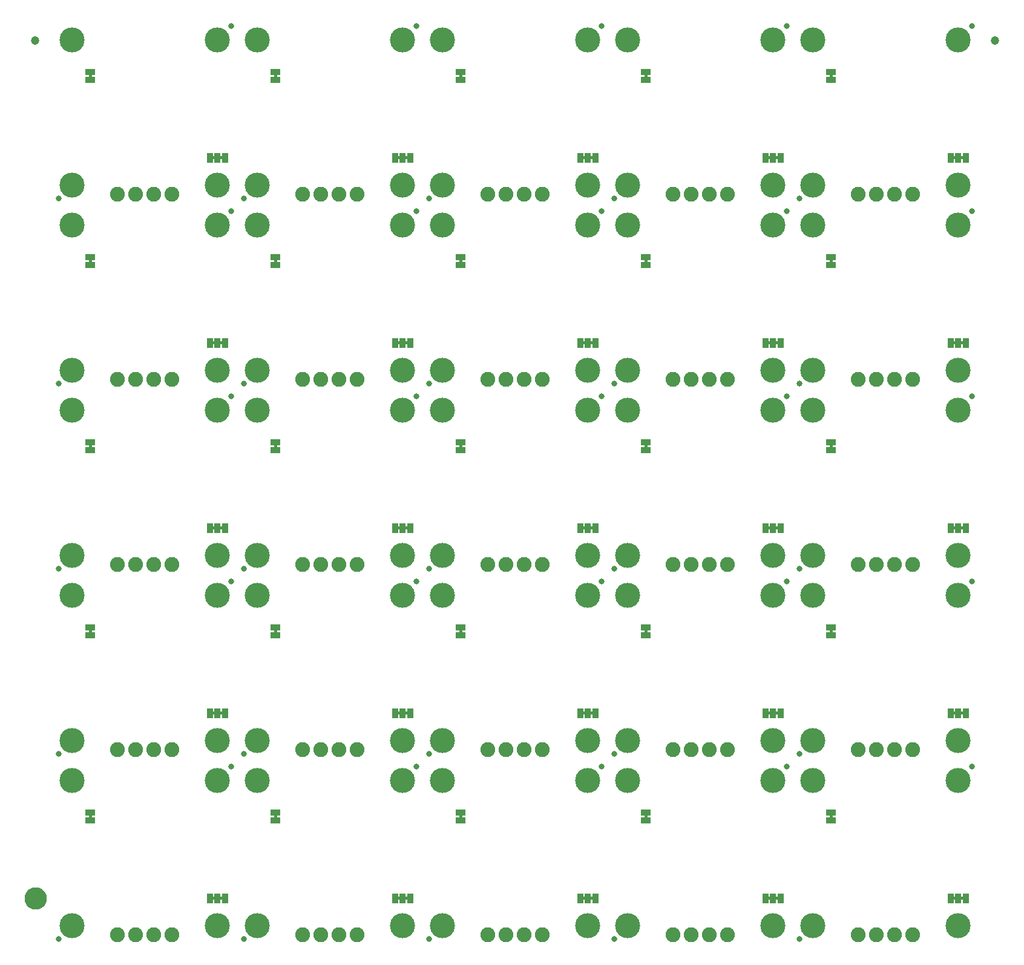
<source format=gbs>
G04 EAGLE Gerber RS-274X export*
G75*
%MOMM*%
%FSLAX34Y34*%
%LPD*%
%INSoldermask Bottom*%
%IPPOS*%
%AMOC8*
5,1,8,0,0,1.08239X$1,22.5*%
G01*
%ADD10C,3.505200*%
%ADD11C,2.082800*%
%ADD12C,0.838200*%
%ADD13R,1.473200X0.863600*%
%ADD14R,0.863600X1.473200*%
%ADD15C,1.203200*%
%ADD16C,1.270000*%
%ADD17C,1.703200*%

G36*
X829375Y1211592D02*
X829375Y1211592D01*
X829441Y1211594D01*
X829484Y1211612D01*
X829531Y1211620D01*
X829588Y1211654D01*
X829648Y1211679D01*
X829683Y1211710D01*
X829724Y1211735D01*
X829766Y1211786D01*
X829814Y1211830D01*
X829836Y1211872D01*
X829865Y1211909D01*
X829886Y1211971D01*
X829917Y1212030D01*
X829925Y1212084D01*
X829937Y1212121D01*
X829936Y1212161D01*
X829944Y1212215D01*
X829944Y1216025D01*
X829933Y1216090D01*
X829931Y1216156D01*
X829913Y1216199D01*
X829905Y1216246D01*
X829871Y1216303D01*
X829846Y1216363D01*
X829815Y1216398D01*
X829790Y1216439D01*
X829739Y1216481D01*
X829695Y1216529D01*
X829653Y1216551D01*
X829616Y1216580D01*
X829554Y1216601D01*
X829495Y1216632D01*
X829441Y1216640D01*
X829404Y1216652D01*
X829364Y1216651D01*
X829310Y1216659D01*
X826770Y1216659D01*
X826705Y1216648D01*
X826639Y1216646D01*
X826596Y1216628D01*
X826549Y1216620D01*
X826492Y1216586D01*
X826432Y1216561D01*
X826397Y1216530D01*
X826356Y1216505D01*
X826315Y1216454D01*
X826266Y1216410D01*
X826244Y1216368D01*
X826215Y1216331D01*
X826194Y1216269D01*
X826163Y1216210D01*
X826155Y1216156D01*
X826143Y1216119D01*
X826143Y1216115D01*
X826143Y1216114D01*
X826144Y1216079D01*
X826136Y1216025D01*
X826136Y1212215D01*
X826147Y1212150D01*
X826149Y1212084D01*
X826167Y1212041D01*
X826175Y1211994D01*
X826209Y1211937D01*
X826234Y1211877D01*
X826265Y1211842D01*
X826290Y1211801D01*
X826341Y1211760D01*
X826385Y1211711D01*
X826427Y1211689D01*
X826464Y1211660D01*
X826526Y1211639D01*
X826585Y1211608D01*
X826639Y1211600D01*
X826676Y1211588D01*
X826716Y1211589D01*
X826770Y1211581D01*
X829310Y1211581D01*
X829375Y1211592D01*
G37*
G36*
X52135Y1211592D02*
X52135Y1211592D01*
X52201Y1211594D01*
X52244Y1211612D01*
X52291Y1211620D01*
X52348Y1211654D01*
X52408Y1211679D01*
X52443Y1211710D01*
X52484Y1211735D01*
X52526Y1211786D01*
X52574Y1211830D01*
X52596Y1211872D01*
X52625Y1211909D01*
X52646Y1211971D01*
X52677Y1212030D01*
X52685Y1212084D01*
X52697Y1212121D01*
X52696Y1212161D01*
X52704Y1212215D01*
X52704Y1216025D01*
X52693Y1216090D01*
X52691Y1216156D01*
X52673Y1216199D01*
X52665Y1216246D01*
X52631Y1216303D01*
X52606Y1216363D01*
X52575Y1216398D01*
X52550Y1216439D01*
X52499Y1216481D01*
X52455Y1216529D01*
X52413Y1216551D01*
X52376Y1216580D01*
X52314Y1216601D01*
X52255Y1216632D01*
X52201Y1216640D01*
X52164Y1216652D01*
X52124Y1216651D01*
X52070Y1216659D01*
X49530Y1216659D01*
X49465Y1216648D01*
X49399Y1216646D01*
X49356Y1216628D01*
X49309Y1216620D01*
X49252Y1216586D01*
X49192Y1216561D01*
X49157Y1216530D01*
X49116Y1216505D01*
X49075Y1216454D01*
X49026Y1216410D01*
X49004Y1216368D01*
X48975Y1216331D01*
X48954Y1216269D01*
X48923Y1216210D01*
X48915Y1216156D01*
X48903Y1216119D01*
X48903Y1216115D01*
X48903Y1216114D01*
X48904Y1216079D01*
X48896Y1216025D01*
X48896Y1212215D01*
X48907Y1212150D01*
X48909Y1212084D01*
X48927Y1212041D01*
X48935Y1211994D01*
X48969Y1211937D01*
X48994Y1211877D01*
X49025Y1211842D01*
X49050Y1211801D01*
X49101Y1211760D01*
X49145Y1211711D01*
X49187Y1211689D01*
X49224Y1211660D01*
X49286Y1211639D01*
X49345Y1211608D01*
X49399Y1211600D01*
X49436Y1211588D01*
X49476Y1211589D01*
X49530Y1211581D01*
X52070Y1211581D01*
X52135Y1211592D01*
G37*
G36*
X311215Y1211592D02*
X311215Y1211592D01*
X311281Y1211594D01*
X311324Y1211612D01*
X311371Y1211620D01*
X311428Y1211654D01*
X311488Y1211679D01*
X311523Y1211710D01*
X311564Y1211735D01*
X311606Y1211786D01*
X311654Y1211830D01*
X311676Y1211872D01*
X311705Y1211909D01*
X311726Y1211971D01*
X311757Y1212030D01*
X311765Y1212084D01*
X311777Y1212121D01*
X311776Y1212161D01*
X311784Y1212215D01*
X311784Y1216025D01*
X311773Y1216090D01*
X311771Y1216156D01*
X311753Y1216199D01*
X311745Y1216246D01*
X311711Y1216303D01*
X311686Y1216363D01*
X311655Y1216398D01*
X311630Y1216439D01*
X311579Y1216481D01*
X311535Y1216529D01*
X311493Y1216551D01*
X311456Y1216580D01*
X311394Y1216601D01*
X311335Y1216632D01*
X311281Y1216640D01*
X311244Y1216652D01*
X311204Y1216651D01*
X311150Y1216659D01*
X308610Y1216659D01*
X308545Y1216648D01*
X308479Y1216646D01*
X308436Y1216628D01*
X308389Y1216620D01*
X308332Y1216586D01*
X308272Y1216561D01*
X308237Y1216530D01*
X308196Y1216505D01*
X308155Y1216454D01*
X308106Y1216410D01*
X308084Y1216368D01*
X308055Y1216331D01*
X308034Y1216269D01*
X308003Y1216210D01*
X307995Y1216156D01*
X307983Y1216119D01*
X307983Y1216115D01*
X307983Y1216114D01*
X307984Y1216079D01*
X307976Y1216025D01*
X307976Y1212215D01*
X307987Y1212150D01*
X307989Y1212084D01*
X308007Y1212041D01*
X308015Y1211994D01*
X308049Y1211937D01*
X308074Y1211877D01*
X308105Y1211842D01*
X308130Y1211801D01*
X308181Y1211760D01*
X308225Y1211711D01*
X308267Y1211689D01*
X308304Y1211660D01*
X308366Y1211639D01*
X308425Y1211608D01*
X308479Y1211600D01*
X308516Y1211588D01*
X308556Y1211589D01*
X308610Y1211581D01*
X311150Y1211581D01*
X311215Y1211592D01*
G37*
G36*
X570295Y1211592D02*
X570295Y1211592D01*
X570361Y1211594D01*
X570404Y1211612D01*
X570451Y1211620D01*
X570508Y1211654D01*
X570568Y1211679D01*
X570603Y1211710D01*
X570644Y1211735D01*
X570686Y1211786D01*
X570734Y1211830D01*
X570756Y1211872D01*
X570785Y1211909D01*
X570806Y1211971D01*
X570837Y1212030D01*
X570845Y1212084D01*
X570857Y1212121D01*
X570856Y1212161D01*
X570864Y1212215D01*
X570864Y1216025D01*
X570853Y1216090D01*
X570851Y1216156D01*
X570833Y1216199D01*
X570825Y1216246D01*
X570791Y1216303D01*
X570766Y1216363D01*
X570735Y1216398D01*
X570710Y1216439D01*
X570659Y1216481D01*
X570615Y1216529D01*
X570573Y1216551D01*
X570536Y1216580D01*
X570474Y1216601D01*
X570415Y1216632D01*
X570361Y1216640D01*
X570324Y1216652D01*
X570284Y1216651D01*
X570230Y1216659D01*
X567690Y1216659D01*
X567625Y1216648D01*
X567559Y1216646D01*
X567516Y1216628D01*
X567469Y1216620D01*
X567412Y1216586D01*
X567352Y1216561D01*
X567317Y1216530D01*
X567276Y1216505D01*
X567235Y1216454D01*
X567186Y1216410D01*
X567164Y1216368D01*
X567135Y1216331D01*
X567114Y1216269D01*
X567083Y1216210D01*
X567075Y1216156D01*
X567063Y1216119D01*
X567063Y1216115D01*
X567063Y1216114D01*
X567064Y1216079D01*
X567056Y1216025D01*
X567056Y1212215D01*
X567067Y1212150D01*
X567069Y1212084D01*
X567087Y1212041D01*
X567095Y1211994D01*
X567129Y1211937D01*
X567154Y1211877D01*
X567185Y1211842D01*
X567210Y1211801D01*
X567261Y1211760D01*
X567305Y1211711D01*
X567347Y1211689D01*
X567384Y1211660D01*
X567446Y1211639D01*
X567505Y1211608D01*
X567559Y1211600D01*
X567596Y1211588D01*
X567636Y1211589D01*
X567690Y1211581D01*
X570230Y1211581D01*
X570295Y1211592D01*
G37*
G36*
X1088455Y1211592D02*
X1088455Y1211592D01*
X1088521Y1211594D01*
X1088564Y1211612D01*
X1088611Y1211620D01*
X1088668Y1211654D01*
X1088728Y1211679D01*
X1088763Y1211710D01*
X1088804Y1211735D01*
X1088846Y1211786D01*
X1088894Y1211830D01*
X1088916Y1211872D01*
X1088945Y1211909D01*
X1088966Y1211971D01*
X1088997Y1212030D01*
X1089005Y1212084D01*
X1089017Y1212121D01*
X1089016Y1212161D01*
X1089024Y1212215D01*
X1089024Y1216025D01*
X1089013Y1216090D01*
X1089011Y1216156D01*
X1088993Y1216199D01*
X1088985Y1216246D01*
X1088951Y1216303D01*
X1088926Y1216363D01*
X1088895Y1216398D01*
X1088870Y1216439D01*
X1088819Y1216481D01*
X1088775Y1216529D01*
X1088733Y1216551D01*
X1088696Y1216580D01*
X1088634Y1216601D01*
X1088575Y1216632D01*
X1088521Y1216640D01*
X1088484Y1216652D01*
X1088444Y1216651D01*
X1088390Y1216659D01*
X1085850Y1216659D01*
X1085785Y1216648D01*
X1085719Y1216646D01*
X1085676Y1216628D01*
X1085629Y1216620D01*
X1085572Y1216586D01*
X1085512Y1216561D01*
X1085477Y1216530D01*
X1085436Y1216505D01*
X1085395Y1216454D01*
X1085346Y1216410D01*
X1085324Y1216368D01*
X1085295Y1216331D01*
X1085274Y1216269D01*
X1085243Y1216210D01*
X1085235Y1216156D01*
X1085223Y1216119D01*
X1085223Y1216115D01*
X1085223Y1216114D01*
X1085224Y1216079D01*
X1085216Y1216025D01*
X1085216Y1212215D01*
X1085227Y1212150D01*
X1085229Y1212084D01*
X1085247Y1212041D01*
X1085255Y1211994D01*
X1085289Y1211937D01*
X1085314Y1211877D01*
X1085345Y1211842D01*
X1085370Y1211801D01*
X1085421Y1211760D01*
X1085465Y1211711D01*
X1085507Y1211689D01*
X1085544Y1211660D01*
X1085606Y1211639D01*
X1085665Y1211608D01*
X1085719Y1211600D01*
X1085756Y1211588D01*
X1085796Y1211589D01*
X1085850Y1211581D01*
X1088390Y1211581D01*
X1088455Y1211592D01*
G37*
G36*
X1088455Y952512D02*
X1088455Y952512D01*
X1088521Y952514D01*
X1088564Y952532D01*
X1088611Y952540D01*
X1088668Y952574D01*
X1088728Y952599D01*
X1088763Y952630D01*
X1088804Y952655D01*
X1088846Y952706D01*
X1088894Y952750D01*
X1088916Y952792D01*
X1088945Y952829D01*
X1088966Y952891D01*
X1088997Y952950D01*
X1089005Y953004D01*
X1089017Y953041D01*
X1089016Y953081D01*
X1089024Y953135D01*
X1089024Y956945D01*
X1089013Y957010D01*
X1089011Y957076D01*
X1088993Y957119D01*
X1088985Y957166D01*
X1088951Y957223D01*
X1088926Y957283D01*
X1088895Y957318D01*
X1088870Y957359D01*
X1088819Y957401D01*
X1088775Y957449D01*
X1088733Y957471D01*
X1088696Y957500D01*
X1088634Y957521D01*
X1088575Y957552D01*
X1088521Y957560D01*
X1088484Y957572D01*
X1088444Y957571D01*
X1088390Y957579D01*
X1085850Y957579D01*
X1085785Y957568D01*
X1085719Y957566D01*
X1085676Y957548D01*
X1085629Y957540D01*
X1085572Y957506D01*
X1085512Y957481D01*
X1085477Y957450D01*
X1085436Y957425D01*
X1085395Y957374D01*
X1085346Y957330D01*
X1085324Y957288D01*
X1085295Y957251D01*
X1085274Y957189D01*
X1085243Y957130D01*
X1085235Y957076D01*
X1085223Y957039D01*
X1085223Y957035D01*
X1085223Y957034D01*
X1085224Y956999D01*
X1085216Y956945D01*
X1085216Y953135D01*
X1085227Y953070D01*
X1085229Y953004D01*
X1085247Y952961D01*
X1085255Y952914D01*
X1085289Y952857D01*
X1085314Y952797D01*
X1085345Y952762D01*
X1085370Y952721D01*
X1085421Y952680D01*
X1085465Y952631D01*
X1085507Y952609D01*
X1085544Y952580D01*
X1085606Y952559D01*
X1085665Y952528D01*
X1085719Y952520D01*
X1085756Y952508D01*
X1085796Y952509D01*
X1085850Y952501D01*
X1088390Y952501D01*
X1088455Y952512D01*
G37*
G36*
X570295Y952512D02*
X570295Y952512D01*
X570361Y952514D01*
X570404Y952532D01*
X570451Y952540D01*
X570508Y952574D01*
X570568Y952599D01*
X570603Y952630D01*
X570644Y952655D01*
X570686Y952706D01*
X570734Y952750D01*
X570756Y952792D01*
X570785Y952829D01*
X570806Y952891D01*
X570837Y952950D01*
X570845Y953004D01*
X570857Y953041D01*
X570856Y953081D01*
X570864Y953135D01*
X570864Y956945D01*
X570853Y957010D01*
X570851Y957076D01*
X570833Y957119D01*
X570825Y957166D01*
X570791Y957223D01*
X570766Y957283D01*
X570735Y957318D01*
X570710Y957359D01*
X570659Y957401D01*
X570615Y957449D01*
X570573Y957471D01*
X570536Y957500D01*
X570474Y957521D01*
X570415Y957552D01*
X570361Y957560D01*
X570324Y957572D01*
X570284Y957571D01*
X570230Y957579D01*
X567690Y957579D01*
X567625Y957568D01*
X567559Y957566D01*
X567516Y957548D01*
X567469Y957540D01*
X567412Y957506D01*
X567352Y957481D01*
X567317Y957450D01*
X567276Y957425D01*
X567235Y957374D01*
X567186Y957330D01*
X567164Y957288D01*
X567135Y957251D01*
X567114Y957189D01*
X567083Y957130D01*
X567075Y957076D01*
X567063Y957039D01*
X567063Y957035D01*
X567063Y957034D01*
X567064Y956999D01*
X567056Y956945D01*
X567056Y953135D01*
X567067Y953070D01*
X567069Y953004D01*
X567087Y952961D01*
X567095Y952914D01*
X567129Y952857D01*
X567154Y952797D01*
X567185Y952762D01*
X567210Y952721D01*
X567261Y952680D01*
X567305Y952631D01*
X567347Y952609D01*
X567384Y952580D01*
X567446Y952559D01*
X567505Y952528D01*
X567559Y952520D01*
X567596Y952508D01*
X567636Y952509D01*
X567690Y952501D01*
X570230Y952501D01*
X570295Y952512D01*
G37*
G36*
X829375Y693432D02*
X829375Y693432D01*
X829441Y693434D01*
X829484Y693452D01*
X829531Y693460D01*
X829588Y693494D01*
X829648Y693519D01*
X829683Y693550D01*
X829724Y693575D01*
X829766Y693626D01*
X829814Y693670D01*
X829836Y693712D01*
X829865Y693749D01*
X829886Y693811D01*
X829917Y693870D01*
X829925Y693924D01*
X829937Y693961D01*
X829936Y694001D01*
X829944Y694055D01*
X829944Y697865D01*
X829933Y697930D01*
X829931Y697996D01*
X829913Y698039D01*
X829905Y698086D01*
X829871Y698143D01*
X829846Y698203D01*
X829815Y698238D01*
X829790Y698279D01*
X829739Y698321D01*
X829695Y698369D01*
X829653Y698391D01*
X829616Y698420D01*
X829554Y698441D01*
X829495Y698472D01*
X829441Y698480D01*
X829404Y698492D01*
X829364Y698491D01*
X829310Y698499D01*
X826770Y698499D01*
X826705Y698488D01*
X826639Y698486D01*
X826596Y698468D01*
X826549Y698460D01*
X826492Y698426D01*
X826432Y698401D01*
X826397Y698370D01*
X826356Y698345D01*
X826315Y698294D01*
X826266Y698250D01*
X826244Y698208D01*
X826215Y698171D01*
X826194Y698109D01*
X826163Y698050D01*
X826155Y697996D01*
X826143Y697959D01*
X826143Y697955D01*
X826143Y697954D01*
X826144Y697919D01*
X826136Y697865D01*
X826136Y694055D01*
X826147Y693990D01*
X826149Y693924D01*
X826167Y693881D01*
X826175Y693834D01*
X826209Y693777D01*
X826234Y693717D01*
X826265Y693682D01*
X826290Y693641D01*
X826341Y693600D01*
X826385Y693551D01*
X826427Y693529D01*
X826464Y693500D01*
X826526Y693479D01*
X826585Y693448D01*
X826639Y693440D01*
X826676Y693428D01*
X826716Y693429D01*
X826770Y693421D01*
X829310Y693421D01*
X829375Y693432D01*
G37*
G36*
X52135Y952512D02*
X52135Y952512D01*
X52201Y952514D01*
X52244Y952532D01*
X52291Y952540D01*
X52348Y952574D01*
X52408Y952599D01*
X52443Y952630D01*
X52484Y952655D01*
X52526Y952706D01*
X52574Y952750D01*
X52596Y952792D01*
X52625Y952829D01*
X52646Y952891D01*
X52677Y952950D01*
X52685Y953004D01*
X52697Y953041D01*
X52696Y953081D01*
X52704Y953135D01*
X52704Y956945D01*
X52693Y957010D01*
X52691Y957076D01*
X52673Y957119D01*
X52665Y957166D01*
X52631Y957223D01*
X52606Y957283D01*
X52575Y957318D01*
X52550Y957359D01*
X52499Y957401D01*
X52455Y957449D01*
X52413Y957471D01*
X52376Y957500D01*
X52314Y957521D01*
X52255Y957552D01*
X52201Y957560D01*
X52164Y957572D01*
X52124Y957571D01*
X52070Y957579D01*
X49530Y957579D01*
X49465Y957568D01*
X49399Y957566D01*
X49356Y957548D01*
X49309Y957540D01*
X49252Y957506D01*
X49192Y957481D01*
X49157Y957450D01*
X49116Y957425D01*
X49075Y957374D01*
X49026Y957330D01*
X49004Y957288D01*
X48975Y957251D01*
X48954Y957189D01*
X48923Y957130D01*
X48915Y957076D01*
X48903Y957039D01*
X48903Y957035D01*
X48903Y957034D01*
X48904Y956999D01*
X48896Y956945D01*
X48896Y953135D01*
X48907Y953070D01*
X48909Y953004D01*
X48927Y952961D01*
X48935Y952914D01*
X48969Y952857D01*
X48994Y952797D01*
X49025Y952762D01*
X49050Y952721D01*
X49101Y952680D01*
X49145Y952631D01*
X49187Y952609D01*
X49224Y952580D01*
X49286Y952559D01*
X49345Y952528D01*
X49399Y952520D01*
X49436Y952508D01*
X49476Y952509D01*
X49530Y952501D01*
X52070Y952501D01*
X52135Y952512D01*
G37*
G36*
X829375Y952512D02*
X829375Y952512D01*
X829441Y952514D01*
X829484Y952532D01*
X829531Y952540D01*
X829588Y952574D01*
X829648Y952599D01*
X829683Y952630D01*
X829724Y952655D01*
X829766Y952706D01*
X829814Y952750D01*
X829836Y952792D01*
X829865Y952829D01*
X829886Y952891D01*
X829917Y952950D01*
X829925Y953004D01*
X829937Y953041D01*
X829936Y953081D01*
X829944Y953135D01*
X829944Y956945D01*
X829933Y957010D01*
X829931Y957076D01*
X829913Y957119D01*
X829905Y957166D01*
X829871Y957223D01*
X829846Y957283D01*
X829815Y957318D01*
X829790Y957359D01*
X829739Y957401D01*
X829695Y957449D01*
X829653Y957471D01*
X829616Y957500D01*
X829554Y957521D01*
X829495Y957552D01*
X829441Y957560D01*
X829404Y957572D01*
X829364Y957571D01*
X829310Y957579D01*
X826770Y957579D01*
X826705Y957568D01*
X826639Y957566D01*
X826596Y957548D01*
X826549Y957540D01*
X826492Y957506D01*
X826432Y957481D01*
X826397Y957450D01*
X826356Y957425D01*
X826315Y957374D01*
X826266Y957330D01*
X826244Y957288D01*
X826215Y957251D01*
X826194Y957189D01*
X826163Y957130D01*
X826155Y957076D01*
X826143Y957039D01*
X826143Y957035D01*
X826143Y957034D01*
X826144Y956999D01*
X826136Y956945D01*
X826136Y953135D01*
X826147Y953070D01*
X826149Y953004D01*
X826167Y952961D01*
X826175Y952914D01*
X826209Y952857D01*
X826234Y952797D01*
X826265Y952762D01*
X826290Y952721D01*
X826341Y952680D01*
X826385Y952631D01*
X826427Y952609D01*
X826464Y952580D01*
X826526Y952559D01*
X826585Y952528D01*
X826639Y952520D01*
X826676Y952508D01*
X826716Y952509D01*
X826770Y952501D01*
X829310Y952501D01*
X829375Y952512D01*
G37*
G36*
X570295Y693432D02*
X570295Y693432D01*
X570361Y693434D01*
X570404Y693452D01*
X570451Y693460D01*
X570508Y693494D01*
X570568Y693519D01*
X570603Y693550D01*
X570644Y693575D01*
X570686Y693626D01*
X570734Y693670D01*
X570756Y693712D01*
X570785Y693749D01*
X570806Y693811D01*
X570837Y693870D01*
X570845Y693924D01*
X570857Y693961D01*
X570856Y694001D01*
X570864Y694055D01*
X570864Y697865D01*
X570853Y697930D01*
X570851Y697996D01*
X570833Y698039D01*
X570825Y698086D01*
X570791Y698143D01*
X570766Y698203D01*
X570735Y698238D01*
X570710Y698279D01*
X570659Y698321D01*
X570615Y698369D01*
X570573Y698391D01*
X570536Y698420D01*
X570474Y698441D01*
X570415Y698472D01*
X570361Y698480D01*
X570324Y698492D01*
X570284Y698491D01*
X570230Y698499D01*
X567690Y698499D01*
X567625Y698488D01*
X567559Y698486D01*
X567516Y698468D01*
X567469Y698460D01*
X567412Y698426D01*
X567352Y698401D01*
X567317Y698370D01*
X567276Y698345D01*
X567235Y698294D01*
X567186Y698250D01*
X567164Y698208D01*
X567135Y698171D01*
X567114Y698109D01*
X567083Y698050D01*
X567075Y697996D01*
X567063Y697959D01*
X567063Y697955D01*
X567063Y697954D01*
X567064Y697919D01*
X567056Y697865D01*
X567056Y694055D01*
X567067Y693990D01*
X567069Y693924D01*
X567087Y693881D01*
X567095Y693834D01*
X567129Y693777D01*
X567154Y693717D01*
X567185Y693682D01*
X567210Y693641D01*
X567261Y693600D01*
X567305Y693551D01*
X567347Y693529D01*
X567384Y693500D01*
X567446Y693479D01*
X567505Y693448D01*
X567559Y693440D01*
X567596Y693428D01*
X567636Y693429D01*
X567690Y693421D01*
X570230Y693421D01*
X570295Y693432D01*
G37*
G36*
X52135Y693432D02*
X52135Y693432D01*
X52201Y693434D01*
X52244Y693452D01*
X52291Y693460D01*
X52348Y693494D01*
X52408Y693519D01*
X52443Y693550D01*
X52484Y693575D01*
X52526Y693626D01*
X52574Y693670D01*
X52596Y693712D01*
X52625Y693749D01*
X52646Y693811D01*
X52677Y693870D01*
X52685Y693924D01*
X52697Y693961D01*
X52696Y694001D01*
X52704Y694055D01*
X52704Y697865D01*
X52693Y697930D01*
X52691Y697996D01*
X52673Y698039D01*
X52665Y698086D01*
X52631Y698143D01*
X52606Y698203D01*
X52575Y698238D01*
X52550Y698279D01*
X52499Y698321D01*
X52455Y698369D01*
X52413Y698391D01*
X52376Y698420D01*
X52314Y698441D01*
X52255Y698472D01*
X52201Y698480D01*
X52164Y698492D01*
X52124Y698491D01*
X52070Y698499D01*
X49530Y698499D01*
X49465Y698488D01*
X49399Y698486D01*
X49356Y698468D01*
X49309Y698460D01*
X49252Y698426D01*
X49192Y698401D01*
X49157Y698370D01*
X49116Y698345D01*
X49075Y698294D01*
X49026Y698250D01*
X49004Y698208D01*
X48975Y698171D01*
X48954Y698109D01*
X48923Y698050D01*
X48915Y697996D01*
X48903Y697959D01*
X48903Y697955D01*
X48903Y697954D01*
X48904Y697919D01*
X48896Y697865D01*
X48896Y694055D01*
X48907Y693990D01*
X48909Y693924D01*
X48927Y693881D01*
X48935Y693834D01*
X48969Y693777D01*
X48994Y693717D01*
X49025Y693682D01*
X49050Y693641D01*
X49101Y693600D01*
X49145Y693551D01*
X49187Y693529D01*
X49224Y693500D01*
X49286Y693479D01*
X49345Y693448D01*
X49399Y693440D01*
X49436Y693428D01*
X49476Y693429D01*
X49530Y693421D01*
X52070Y693421D01*
X52135Y693432D01*
G37*
G36*
X829375Y434352D02*
X829375Y434352D01*
X829441Y434354D01*
X829484Y434372D01*
X829531Y434380D01*
X829588Y434414D01*
X829648Y434439D01*
X829683Y434470D01*
X829724Y434495D01*
X829766Y434546D01*
X829814Y434590D01*
X829836Y434632D01*
X829865Y434669D01*
X829886Y434731D01*
X829917Y434790D01*
X829925Y434844D01*
X829937Y434881D01*
X829936Y434921D01*
X829944Y434975D01*
X829944Y438785D01*
X829933Y438850D01*
X829931Y438916D01*
X829913Y438959D01*
X829905Y439006D01*
X829871Y439063D01*
X829846Y439123D01*
X829815Y439158D01*
X829790Y439199D01*
X829739Y439241D01*
X829695Y439289D01*
X829653Y439311D01*
X829616Y439340D01*
X829554Y439361D01*
X829495Y439392D01*
X829441Y439400D01*
X829404Y439412D01*
X829364Y439411D01*
X829310Y439419D01*
X826770Y439419D01*
X826705Y439408D01*
X826639Y439406D01*
X826596Y439388D01*
X826549Y439380D01*
X826492Y439346D01*
X826432Y439321D01*
X826397Y439290D01*
X826356Y439265D01*
X826315Y439214D01*
X826266Y439170D01*
X826244Y439128D01*
X826215Y439091D01*
X826194Y439029D01*
X826163Y438970D01*
X826155Y438916D01*
X826143Y438879D01*
X826143Y438875D01*
X826143Y438874D01*
X826144Y438839D01*
X826136Y438785D01*
X826136Y434975D01*
X826147Y434910D01*
X826149Y434844D01*
X826167Y434801D01*
X826175Y434754D01*
X826209Y434697D01*
X826234Y434637D01*
X826265Y434602D01*
X826290Y434561D01*
X826341Y434520D01*
X826385Y434471D01*
X826427Y434449D01*
X826464Y434420D01*
X826526Y434399D01*
X826585Y434368D01*
X826639Y434360D01*
X826676Y434348D01*
X826716Y434349D01*
X826770Y434341D01*
X829310Y434341D01*
X829375Y434352D01*
G37*
G36*
X1088455Y693432D02*
X1088455Y693432D01*
X1088521Y693434D01*
X1088564Y693452D01*
X1088611Y693460D01*
X1088668Y693494D01*
X1088728Y693519D01*
X1088763Y693550D01*
X1088804Y693575D01*
X1088846Y693626D01*
X1088894Y693670D01*
X1088916Y693712D01*
X1088945Y693749D01*
X1088966Y693811D01*
X1088997Y693870D01*
X1089005Y693924D01*
X1089017Y693961D01*
X1089016Y694001D01*
X1089024Y694055D01*
X1089024Y697865D01*
X1089013Y697930D01*
X1089011Y697996D01*
X1088993Y698039D01*
X1088985Y698086D01*
X1088951Y698143D01*
X1088926Y698203D01*
X1088895Y698238D01*
X1088870Y698279D01*
X1088819Y698321D01*
X1088775Y698369D01*
X1088733Y698391D01*
X1088696Y698420D01*
X1088634Y698441D01*
X1088575Y698472D01*
X1088521Y698480D01*
X1088484Y698492D01*
X1088444Y698491D01*
X1088390Y698499D01*
X1085850Y698499D01*
X1085785Y698488D01*
X1085719Y698486D01*
X1085676Y698468D01*
X1085629Y698460D01*
X1085572Y698426D01*
X1085512Y698401D01*
X1085477Y698370D01*
X1085436Y698345D01*
X1085395Y698294D01*
X1085346Y698250D01*
X1085324Y698208D01*
X1085295Y698171D01*
X1085274Y698109D01*
X1085243Y698050D01*
X1085235Y697996D01*
X1085223Y697959D01*
X1085223Y697955D01*
X1085223Y697954D01*
X1085224Y697919D01*
X1085216Y697865D01*
X1085216Y694055D01*
X1085227Y693990D01*
X1085229Y693924D01*
X1085247Y693881D01*
X1085255Y693834D01*
X1085289Y693777D01*
X1085314Y693717D01*
X1085345Y693682D01*
X1085370Y693641D01*
X1085421Y693600D01*
X1085465Y693551D01*
X1085507Y693529D01*
X1085544Y693500D01*
X1085606Y693479D01*
X1085665Y693448D01*
X1085719Y693440D01*
X1085756Y693428D01*
X1085796Y693429D01*
X1085850Y693421D01*
X1088390Y693421D01*
X1088455Y693432D01*
G37*
G36*
X311215Y693432D02*
X311215Y693432D01*
X311281Y693434D01*
X311324Y693452D01*
X311371Y693460D01*
X311428Y693494D01*
X311488Y693519D01*
X311523Y693550D01*
X311564Y693575D01*
X311606Y693626D01*
X311654Y693670D01*
X311676Y693712D01*
X311705Y693749D01*
X311726Y693811D01*
X311757Y693870D01*
X311765Y693924D01*
X311777Y693961D01*
X311776Y694001D01*
X311784Y694055D01*
X311784Y697865D01*
X311773Y697930D01*
X311771Y697996D01*
X311753Y698039D01*
X311745Y698086D01*
X311711Y698143D01*
X311686Y698203D01*
X311655Y698238D01*
X311630Y698279D01*
X311579Y698321D01*
X311535Y698369D01*
X311493Y698391D01*
X311456Y698420D01*
X311394Y698441D01*
X311335Y698472D01*
X311281Y698480D01*
X311244Y698492D01*
X311204Y698491D01*
X311150Y698499D01*
X308610Y698499D01*
X308545Y698488D01*
X308479Y698486D01*
X308436Y698468D01*
X308389Y698460D01*
X308332Y698426D01*
X308272Y698401D01*
X308237Y698370D01*
X308196Y698345D01*
X308155Y698294D01*
X308106Y698250D01*
X308084Y698208D01*
X308055Y698171D01*
X308034Y698109D01*
X308003Y698050D01*
X307995Y697996D01*
X307983Y697959D01*
X307983Y697955D01*
X307983Y697954D01*
X307984Y697919D01*
X307976Y697865D01*
X307976Y694055D01*
X307987Y693990D01*
X307989Y693924D01*
X308007Y693881D01*
X308015Y693834D01*
X308049Y693777D01*
X308074Y693717D01*
X308105Y693682D01*
X308130Y693641D01*
X308181Y693600D01*
X308225Y693551D01*
X308267Y693529D01*
X308304Y693500D01*
X308366Y693479D01*
X308425Y693448D01*
X308479Y693440D01*
X308516Y693428D01*
X308556Y693429D01*
X308610Y693421D01*
X311150Y693421D01*
X311215Y693432D01*
G37*
G36*
X311215Y952512D02*
X311215Y952512D01*
X311281Y952514D01*
X311324Y952532D01*
X311371Y952540D01*
X311428Y952574D01*
X311488Y952599D01*
X311523Y952630D01*
X311564Y952655D01*
X311606Y952706D01*
X311654Y952750D01*
X311676Y952792D01*
X311705Y952829D01*
X311726Y952891D01*
X311757Y952950D01*
X311765Y953004D01*
X311777Y953041D01*
X311776Y953081D01*
X311784Y953135D01*
X311784Y956945D01*
X311773Y957010D01*
X311771Y957076D01*
X311753Y957119D01*
X311745Y957166D01*
X311711Y957223D01*
X311686Y957283D01*
X311655Y957318D01*
X311630Y957359D01*
X311579Y957401D01*
X311535Y957449D01*
X311493Y957471D01*
X311456Y957500D01*
X311394Y957521D01*
X311335Y957552D01*
X311281Y957560D01*
X311244Y957572D01*
X311204Y957571D01*
X311150Y957579D01*
X308610Y957579D01*
X308545Y957568D01*
X308479Y957566D01*
X308436Y957548D01*
X308389Y957540D01*
X308332Y957506D01*
X308272Y957481D01*
X308237Y957450D01*
X308196Y957425D01*
X308155Y957374D01*
X308106Y957330D01*
X308084Y957288D01*
X308055Y957251D01*
X308034Y957189D01*
X308003Y957130D01*
X307995Y957076D01*
X307983Y957039D01*
X307983Y957035D01*
X307983Y957034D01*
X307984Y956999D01*
X307976Y956945D01*
X307976Y953135D01*
X307987Y953070D01*
X307989Y953004D01*
X308007Y952961D01*
X308015Y952914D01*
X308049Y952857D01*
X308074Y952797D01*
X308105Y952762D01*
X308130Y952721D01*
X308181Y952680D01*
X308225Y952631D01*
X308267Y952609D01*
X308304Y952580D01*
X308366Y952559D01*
X308425Y952528D01*
X308479Y952520D01*
X308516Y952508D01*
X308556Y952509D01*
X308610Y952501D01*
X311150Y952501D01*
X311215Y952512D01*
G37*
G36*
X570295Y434352D02*
X570295Y434352D01*
X570361Y434354D01*
X570404Y434372D01*
X570451Y434380D01*
X570508Y434414D01*
X570568Y434439D01*
X570603Y434470D01*
X570644Y434495D01*
X570686Y434546D01*
X570734Y434590D01*
X570756Y434632D01*
X570785Y434669D01*
X570806Y434731D01*
X570837Y434790D01*
X570845Y434844D01*
X570857Y434881D01*
X570856Y434921D01*
X570864Y434975D01*
X570864Y438785D01*
X570853Y438850D01*
X570851Y438916D01*
X570833Y438959D01*
X570825Y439006D01*
X570791Y439063D01*
X570766Y439123D01*
X570735Y439158D01*
X570710Y439199D01*
X570659Y439241D01*
X570615Y439289D01*
X570573Y439311D01*
X570536Y439340D01*
X570474Y439361D01*
X570415Y439392D01*
X570361Y439400D01*
X570324Y439412D01*
X570284Y439411D01*
X570230Y439419D01*
X567690Y439419D01*
X567625Y439408D01*
X567559Y439406D01*
X567516Y439388D01*
X567469Y439380D01*
X567412Y439346D01*
X567352Y439321D01*
X567317Y439290D01*
X567276Y439265D01*
X567235Y439214D01*
X567186Y439170D01*
X567164Y439128D01*
X567135Y439091D01*
X567114Y439029D01*
X567083Y438970D01*
X567075Y438916D01*
X567063Y438879D01*
X567063Y438875D01*
X567063Y438874D01*
X567064Y438839D01*
X567056Y438785D01*
X567056Y434975D01*
X567067Y434910D01*
X567069Y434844D01*
X567087Y434801D01*
X567095Y434754D01*
X567129Y434697D01*
X567154Y434637D01*
X567185Y434602D01*
X567210Y434561D01*
X567261Y434520D01*
X567305Y434471D01*
X567347Y434449D01*
X567384Y434420D01*
X567446Y434399D01*
X567505Y434368D01*
X567559Y434360D01*
X567596Y434348D01*
X567636Y434349D01*
X567690Y434341D01*
X570230Y434341D01*
X570295Y434352D01*
G37*
G36*
X52135Y434352D02*
X52135Y434352D01*
X52201Y434354D01*
X52244Y434372D01*
X52291Y434380D01*
X52348Y434414D01*
X52408Y434439D01*
X52443Y434470D01*
X52484Y434495D01*
X52526Y434546D01*
X52574Y434590D01*
X52596Y434632D01*
X52625Y434669D01*
X52646Y434731D01*
X52677Y434790D01*
X52685Y434844D01*
X52697Y434881D01*
X52696Y434921D01*
X52704Y434975D01*
X52704Y438785D01*
X52693Y438850D01*
X52691Y438916D01*
X52673Y438959D01*
X52665Y439006D01*
X52631Y439063D01*
X52606Y439123D01*
X52575Y439158D01*
X52550Y439199D01*
X52499Y439241D01*
X52455Y439289D01*
X52413Y439311D01*
X52376Y439340D01*
X52314Y439361D01*
X52255Y439392D01*
X52201Y439400D01*
X52164Y439412D01*
X52124Y439411D01*
X52070Y439419D01*
X49530Y439419D01*
X49465Y439408D01*
X49399Y439406D01*
X49356Y439388D01*
X49309Y439380D01*
X49252Y439346D01*
X49192Y439321D01*
X49157Y439290D01*
X49116Y439265D01*
X49075Y439214D01*
X49026Y439170D01*
X49004Y439128D01*
X48975Y439091D01*
X48954Y439029D01*
X48923Y438970D01*
X48915Y438916D01*
X48903Y438879D01*
X48903Y438875D01*
X48903Y438874D01*
X48904Y438839D01*
X48896Y438785D01*
X48896Y434975D01*
X48907Y434910D01*
X48909Y434844D01*
X48927Y434801D01*
X48935Y434754D01*
X48969Y434697D01*
X48994Y434637D01*
X49025Y434602D01*
X49050Y434561D01*
X49101Y434520D01*
X49145Y434471D01*
X49187Y434449D01*
X49224Y434420D01*
X49286Y434399D01*
X49345Y434368D01*
X49399Y434360D01*
X49436Y434348D01*
X49476Y434349D01*
X49530Y434341D01*
X52070Y434341D01*
X52135Y434352D01*
G37*
G36*
X1088455Y434352D02*
X1088455Y434352D01*
X1088521Y434354D01*
X1088564Y434372D01*
X1088611Y434380D01*
X1088668Y434414D01*
X1088728Y434439D01*
X1088763Y434470D01*
X1088804Y434495D01*
X1088846Y434546D01*
X1088894Y434590D01*
X1088916Y434632D01*
X1088945Y434669D01*
X1088966Y434731D01*
X1088997Y434790D01*
X1089005Y434844D01*
X1089017Y434881D01*
X1089016Y434921D01*
X1089024Y434975D01*
X1089024Y438785D01*
X1089013Y438850D01*
X1089011Y438916D01*
X1088993Y438959D01*
X1088985Y439006D01*
X1088951Y439063D01*
X1088926Y439123D01*
X1088895Y439158D01*
X1088870Y439199D01*
X1088819Y439241D01*
X1088775Y439289D01*
X1088733Y439311D01*
X1088696Y439340D01*
X1088634Y439361D01*
X1088575Y439392D01*
X1088521Y439400D01*
X1088484Y439412D01*
X1088444Y439411D01*
X1088390Y439419D01*
X1085850Y439419D01*
X1085785Y439408D01*
X1085719Y439406D01*
X1085676Y439388D01*
X1085629Y439380D01*
X1085572Y439346D01*
X1085512Y439321D01*
X1085477Y439290D01*
X1085436Y439265D01*
X1085395Y439214D01*
X1085346Y439170D01*
X1085324Y439128D01*
X1085295Y439091D01*
X1085274Y439029D01*
X1085243Y438970D01*
X1085235Y438916D01*
X1085223Y438879D01*
X1085223Y438875D01*
X1085223Y438874D01*
X1085224Y438839D01*
X1085216Y438785D01*
X1085216Y434975D01*
X1085227Y434910D01*
X1085229Y434844D01*
X1085247Y434801D01*
X1085255Y434754D01*
X1085289Y434697D01*
X1085314Y434637D01*
X1085345Y434602D01*
X1085370Y434561D01*
X1085421Y434520D01*
X1085465Y434471D01*
X1085507Y434449D01*
X1085544Y434420D01*
X1085606Y434399D01*
X1085665Y434368D01*
X1085719Y434360D01*
X1085756Y434348D01*
X1085796Y434349D01*
X1085850Y434341D01*
X1088390Y434341D01*
X1088455Y434352D01*
G37*
G36*
X311215Y434352D02*
X311215Y434352D01*
X311281Y434354D01*
X311324Y434372D01*
X311371Y434380D01*
X311428Y434414D01*
X311488Y434439D01*
X311523Y434470D01*
X311564Y434495D01*
X311606Y434546D01*
X311654Y434590D01*
X311676Y434632D01*
X311705Y434669D01*
X311726Y434731D01*
X311757Y434790D01*
X311765Y434844D01*
X311777Y434881D01*
X311776Y434921D01*
X311784Y434975D01*
X311784Y438785D01*
X311773Y438850D01*
X311771Y438916D01*
X311753Y438959D01*
X311745Y439006D01*
X311711Y439063D01*
X311686Y439123D01*
X311655Y439158D01*
X311630Y439199D01*
X311579Y439241D01*
X311535Y439289D01*
X311493Y439311D01*
X311456Y439340D01*
X311394Y439361D01*
X311335Y439392D01*
X311281Y439400D01*
X311244Y439412D01*
X311204Y439411D01*
X311150Y439419D01*
X308610Y439419D01*
X308545Y439408D01*
X308479Y439406D01*
X308436Y439388D01*
X308389Y439380D01*
X308332Y439346D01*
X308272Y439321D01*
X308237Y439290D01*
X308196Y439265D01*
X308155Y439214D01*
X308106Y439170D01*
X308084Y439128D01*
X308055Y439091D01*
X308034Y439029D01*
X308003Y438970D01*
X307995Y438916D01*
X307983Y438879D01*
X307983Y438875D01*
X307983Y438874D01*
X307984Y438839D01*
X307976Y438785D01*
X307976Y434975D01*
X307987Y434910D01*
X307989Y434844D01*
X308007Y434801D01*
X308015Y434754D01*
X308049Y434697D01*
X308074Y434637D01*
X308105Y434602D01*
X308130Y434561D01*
X308181Y434520D01*
X308225Y434471D01*
X308267Y434449D01*
X308304Y434420D01*
X308366Y434399D01*
X308425Y434368D01*
X308479Y434360D01*
X308516Y434348D01*
X308556Y434349D01*
X308610Y434341D01*
X311150Y434341D01*
X311215Y434352D01*
G37*
G36*
X570295Y175272D02*
X570295Y175272D01*
X570361Y175274D01*
X570404Y175292D01*
X570451Y175300D01*
X570508Y175334D01*
X570568Y175359D01*
X570603Y175390D01*
X570644Y175415D01*
X570686Y175466D01*
X570734Y175510D01*
X570756Y175552D01*
X570785Y175589D01*
X570806Y175651D01*
X570837Y175710D01*
X570845Y175764D01*
X570857Y175801D01*
X570856Y175841D01*
X570864Y175895D01*
X570864Y179705D01*
X570853Y179770D01*
X570851Y179836D01*
X570833Y179879D01*
X570825Y179926D01*
X570791Y179983D01*
X570766Y180043D01*
X570735Y180078D01*
X570710Y180119D01*
X570659Y180161D01*
X570615Y180209D01*
X570573Y180231D01*
X570536Y180260D01*
X570474Y180281D01*
X570415Y180312D01*
X570361Y180320D01*
X570324Y180332D01*
X570284Y180331D01*
X570230Y180339D01*
X567690Y180339D01*
X567625Y180328D01*
X567559Y180326D01*
X567516Y180308D01*
X567469Y180300D01*
X567412Y180266D01*
X567352Y180241D01*
X567317Y180210D01*
X567276Y180185D01*
X567235Y180134D01*
X567186Y180090D01*
X567164Y180048D01*
X567135Y180011D01*
X567114Y179949D01*
X567083Y179890D01*
X567075Y179836D01*
X567063Y179799D01*
X567063Y179795D01*
X567063Y179794D01*
X567064Y179759D01*
X567056Y179705D01*
X567056Y175895D01*
X567067Y175830D01*
X567069Y175764D01*
X567087Y175721D01*
X567095Y175674D01*
X567129Y175617D01*
X567154Y175557D01*
X567185Y175522D01*
X567210Y175481D01*
X567261Y175440D01*
X567305Y175391D01*
X567347Y175369D01*
X567384Y175340D01*
X567446Y175319D01*
X567505Y175288D01*
X567559Y175280D01*
X567596Y175268D01*
X567636Y175269D01*
X567690Y175261D01*
X570230Y175261D01*
X570295Y175272D01*
G37*
G36*
X311215Y175272D02*
X311215Y175272D01*
X311281Y175274D01*
X311324Y175292D01*
X311371Y175300D01*
X311428Y175334D01*
X311488Y175359D01*
X311523Y175390D01*
X311564Y175415D01*
X311606Y175466D01*
X311654Y175510D01*
X311676Y175552D01*
X311705Y175589D01*
X311726Y175651D01*
X311757Y175710D01*
X311765Y175764D01*
X311777Y175801D01*
X311776Y175841D01*
X311784Y175895D01*
X311784Y179705D01*
X311773Y179770D01*
X311771Y179836D01*
X311753Y179879D01*
X311745Y179926D01*
X311711Y179983D01*
X311686Y180043D01*
X311655Y180078D01*
X311630Y180119D01*
X311579Y180161D01*
X311535Y180209D01*
X311493Y180231D01*
X311456Y180260D01*
X311394Y180281D01*
X311335Y180312D01*
X311281Y180320D01*
X311244Y180332D01*
X311204Y180331D01*
X311150Y180339D01*
X308610Y180339D01*
X308545Y180328D01*
X308479Y180326D01*
X308436Y180308D01*
X308389Y180300D01*
X308332Y180266D01*
X308272Y180241D01*
X308237Y180210D01*
X308196Y180185D01*
X308155Y180134D01*
X308106Y180090D01*
X308084Y180048D01*
X308055Y180011D01*
X308034Y179949D01*
X308003Y179890D01*
X307995Y179836D01*
X307983Y179799D01*
X307983Y179795D01*
X307983Y179794D01*
X307984Y179759D01*
X307976Y179705D01*
X307976Y175895D01*
X307987Y175830D01*
X307989Y175764D01*
X308007Y175721D01*
X308015Y175674D01*
X308049Y175617D01*
X308074Y175557D01*
X308105Y175522D01*
X308130Y175481D01*
X308181Y175440D01*
X308225Y175391D01*
X308267Y175369D01*
X308304Y175340D01*
X308366Y175319D01*
X308425Y175288D01*
X308479Y175280D01*
X308516Y175268D01*
X308556Y175269D01*
X308610Y175261D01*
X311150Y175261D01*
X311215Y175272D01*
G37*
G36*
X829375Y175272D02*
X829375Y175272D01*
X829441Y175274D01*
X829484Y175292D01*
X829531Y175300D01*
X829588Y175334D01*
X829648Y175359D01*
X829683Y175390D01*
X829724Y175415D01*
X829766Y175466D01*
X829814Y175510D01*
X829836Y175552D01*
X829865Y175589D01*
X829886Y175651D01*
X829917Y175710D01*
X829925Y175764D01*
X829937Y175801D01*
X829936Y175841D01*
X829944Y175895D01*
X829944Y179705D01*
X829933Y179770D01*
X829931Y179836D01*
X829913Y179879D01*
X829905Y179926D01*
X829871Y179983D01*
X829846Y180043D01*
X829815Y180078D01*
X829790Y180119D01*
X829739Y180161D01*
X829695Y180209D01*
X829653Y180231D01*
X829616Y180260D01*
X829554Y180281D01*
X829495Y180312D01*
X829441Y180320D01*
X829404Y180332D01*
X829364Y180331D01*
X829310Y180339D01*
X826770Y180339D01*
X826705Y180328D01*
X826639Y180326D01*
X826596Y180308D01*
X826549Y180300D01*
X826492Y180266D01*
X826432Y180241D01*
X826397Y180210D01*
X826356Y180185D01*
X826315Y180134D01*
X826266Y180090D01*
X826244Y180048D01*
X826215Y180011D01*
X826194Y179949D01*
X826163Y179890D01*
X826155Y179836D01*
X826143Y179799D01*
X826143Y179795D01*
X826143Y179794D01*
X826144Y179759D01*
X826136Y179705D01*
X826136Y175895D01*
X826147Y175830D01*
X826149Y175764D01*
X826167Y175721D01*
X826175Y175674D01*
X826209Y175617D01*
X826234Y175557D01*
X826265Y175522D01*
X826290Y175481D01*
X826341Y175440D01*
X826385Y175391D01*
X826427Y175369D01*
X826464Y175340D01*
X826526Y175319D01*
X826585Y175288D01*
X826639Y175280D01*
X826676Y175268D01*
X826716Y175269D01*
X826770Y175261D01*
X829310Y175261D01*
X829375Y175272D01*
G37*
G36*
X1088455Y175272D02*
X1088455Y175272D01*
X1088521Y175274D01*
X1088564Y175292D01*
X1088611Y175300D01*
X1088668Y175334D01*
X1088728Y175359D01*
X1088763Y175390D01*
X1088804Y175415D01*
X1088846Y175466D01*
X1088894Y175510D01*
X1088916Y175552D01*
X1088945Y175589D01*
X1088966Y175651D01*
X1088997Y175710D01*
X1089005Y175764D01*
X1089017Y175801D01*
X1089016Y175841D01*
X1089024Y175895D01*
X1089024Y179705D01*
X1089013Y179770D01*
X1089011Y179836D01*
X1088993Y179879D01*
X1088985Y179926D01*
X1088951Y179983D01*
X1088926Y180043D01*
X1088895Y180078D01*
X1088870Y180119D01*
X1088819Y180161D01*
X1088775Y180209D01*
X1088733Y180231D01*
X1088696Y180260D01*
X1088634Y180281D01*
X1088575Y180312D01*
X1088521Y180320D01*
X1088484Y180332D01*
X1088444Y180331D01*
X1088390Y180339D01*
X1085850Y180339D01*
X1085785Y180328D01*
X1085719Y180326D01*
X1085676Y180308D01*
X1085629Y180300D01*
X1085572Y180266D01*
X1085512Y180241D01*
X1085477Y180210D01*
X1085436Y180185D01*
X1085395Y180134D01*
X1085346Y180090D01*
X1085324Y180048D01*
X1085295Y180011D01*
X1085274Y179949D01*
X1085243Y179890D01*
X1085235Y179836D01*
X1085223Y179799D01*
X1085223Y179795D01*
X1085223Y179794D01*
X1085224Y179759D01*
X1085216Y179705D01*
X1085216Y175895D01*
X1085227Y175830D01*
X1085229Y175764D01*
X1085247Y175721D01*
X1085255Y175674D01*
X1085289Y175617D01*
X1085314Y175557D01*
X1085345Y175522D01*
X1085370Y175481D01*
X1085421Y175440D01*
X1085465Y175391D01*
X1085507Y175369D01*
X1085544Y175340D01*
X1085606Y175319D01*
X1085665Y175288D01*
X1085719Y175280D01*
X1085756Y175268D01*
X1085796Y175269D01*
X1085850Y175261D01*
X1088390Y175261D01*
X1088455Y175272D01*
G37*
G36*
X52135Y175272D02*
X52135Y175272D01*
X52201Y175274D01*
X52244Y175292D01*
X52291Y175300D01*
X52348Y175334D01*
X52408Y175359D01*
X52443Y175390D01*
X52484Y175415D01*
X52526Y175466D01*
X52574Y175510D01*
X52596Y175552D01*
X52625Y175589D01*
X52646Y175651D01*
X52677Y175710D01*
X52685Y175764D01*
X52697Y175801D01*
X52696Y175841D01*
X52704Y175895D01*
X52704Y179705D01*
X52693Y179770D01*
X52691Y179836D01*
X52673Y179879D01*
X52665Y179926D01*
X52631Y179983D01*
X52606Y180043D01*
X52575Y180078D01*
X52550Y180119D01*
X52499Y180161D01*
X52455Y180209D01*
X52413Y180231D01*
X52376Y180260D01*
X52314Y180281D01*
X52255Y180312D01*
X52201Y180320D01*
X52164Y180332D01*
X52124Y180331D01*
X52070Y180339D01*
X49530Y180339D01*
X49465Y180328D01*
X49399Y180326D01*
X49356Y180308D01*
X49309Y180300D01*
X49252Y180266D01*
X49192Y180241D01*
X49157Y180210D01*
X49116Y180185D01*
X49075Y180134D01*
X49026Y180090D01*
X49004Y180048D01*
X48975Y180011D01*
X48954Y179949D01*
X48923Y179890D01*
X48915Y179836D01*
X48903Y179799D01*
X48903Y179795D01*
X48903Y179794D01*
X48904Y179759D01*
X48896Y179705D01*
X48896Y175895D01*
X48907Y175830D01*
X48909Y175764D01*
X48927Y175721D01*
X48935Y175674D01*
X48969Y175617D01*
X48994Y175557D01*
X49025Y175522D01*
X49050Y175481D01*
X49101Y175440D01*
X49145Y175391D01*
X49187Y175369D01*
X49224Y175340D01*
X49286Y175319D01*
X49345Y175288D01*
X49399Y175280D01*
X49436Y175268D01*
X49476Y175269D01*
X49530Y175261D01*
X52070Y175261D01*
X52135Y175272D01*
G37*
G36*
X1271970Y1097927D02*
X1271970Y1097927D01*
X1272036Y1097929D01*
X1272079Y1097947D01*
X1272126Y1097955D01*
X1272183Y1097989D01*
X1272243Y1098014D01*
X1272278Y1098045D01*
X1272319Y1098070D01*
X1272361Y1098121D01*
X1272409Y1098165D01*
X1272431Y1098207D01*
X1272460Y1098244D01*
X1272481Y1098306D01*
X1272512Y1098365D01*
X1272520Y1098419D01*
X1272532Y1098456D01*
X1272531Y1098496D01*
X1272539Y1098550D01*
X1272539Y1101090D01*
X1272528Y1101155D01*
X1272526Y1101221D01*
X1272508Y1101264D01*
X1272500Y1101311D01*
X1272466Y1101368D01*
X1272441Y1101428D01*
X1272410Y1101463D01*
X1272385Y1101504D01*
X1272334Y1101546D01*
X1272290Y1101594D01*
X1272248Y1101616D01*
X1272211Y1101645D01*
X1272149Y1101666D01*
X1272090Y1101697D01*
X1272036Y1101705D01*
X1271999Y1101717D01*
X1271959Y1101716D01*
X1271905Y1101724D01*
X1268095Y1101724D01*
X1268030Y1101713D01*
X1267964Y1101711D01*
X1267921Y1101693D01*
X1267874Y1101685D01*
X1267817Y1101651D01*
X1267757Y1101626D01*
X1267722Y1101595D01*
X1267681Y1101570D01*
X1267640Y1101519D01*
X1267591Y1101475D01*
X1267569Y1101433D01*
X1267540Y1101396D01*
X1267519Y1101334D01*
X1267488Y1101275D01*
X1267480Y1101221D01*
X1267468Y1101184D01*
X1267468Y1101181D01*
X1267469Y1101144D01*
X1267461Y1101090D01*
X1267461Y1098550D01*
X1267472Y1098485D01*
X1267474Y1098419D01*
X1267492Y1098376D01*
X1267500Y1098329D01*
X1267534Y1098272D01*
X1267559Y1098212D01*
X1267590Y1098177D01*
X1267615Y1098136D01*
X1267666Y1098095D01*
X1267710Y1098046D01*
X1267752Y1098024D01*
X1267789Y1097995D01*
X1267851Y1097974D01*
X1267910Y1097943D01*
X1267964Y1097935D01*
X1268001Y1097923D01*
X1268041Y1097924D01*
X1268095Y1097916D01*
X1271905Y1097916D01*
X1271970Y1097927D01*
G37*
G36*
X235650Y838847D02*
X235650Y838847D01*
X235716Y838849D01*
X235759Y838867D01*
X235806Y838875D01*
X235863Y838909D01*
X235923Y838934D01*
X235958Y838965D01*
X235999Y838990D01*
X236041Y839041D01*
X236089Y839085D01*
X236111Y839127D01*
X236140Y839164D01*
X236161Y839226D01*
X236192Y839285D01*
X236200Y839339D01*
X236212Y839376D01*
X236211Y839416D01*
X236219Y839470D01*
X236219Y842010D01*
X236208Y842075D01*
X236206Y842141D01*
X236188Y842184D01*
X236180Y842231D01*
X236146Y842288D01*
X236121Y842348D01*
X236090Y842383D01*
X236065Y842424D01*
X236014Y842466D01*
X235970Y842514D01*
X235928Y842536D01*
X235891Y842565D01*
X235829Y842586D01*
X235770Y842617D01*
X235716Y842625D01*
X235679Y842637D01*
X235639Y842636D01*
X235585Y842644D01*
X231775Y842644D01*
X231710Y842633D01*
X231644Y842631D01*
X231601Y842613D01*
X231554Y842605D01*
X231497Y842571D01*
X231437Y842546D01*
X231402Y842515D01*
X231361Y842490D01*
X231320Y842439D01*
X231271Y842395D01*
X231249Y842353D01*
X231220Y842316D01*
X231199Y842254D01*
X231168Y842195D01*
X231160Y842141D01*
X231148Y842104D01*
X231148Y842101D01*
X231149Y842064D01*
X231141Y842010D01*
X231141Y839470D01*
X231152Y839405D01*
X231154Y839339D01*
X231172Y839296D01*
X231180Y839249D01*
X231214Y839192D01*
X231239Y839132D01*
X231270Y839097D01*
X231295Y839056D01*
X231346Y839015D01*
X231390Y838966D01*
X231432Y838944D01*
X231469Y838915D01*
X231531Y838894D01*
X231590Y838863D01*
X231644Y838855D01*
X231681Y838843D01*
X231721Y838844D01*
X231775Y838836D01*
X235585Y838836D01*
X235650Y838847D01*
G37*
G36*
X1012890Y838847D02*
X1012890Y838847D01*
X1012956Y838849D01*
X1012999Y838867D01*
X1013046Y838875D01*
X1013103Y838909D01*
X1013163Y838934D01*
X1013198Y838965D01*
X1013239Y838990D01*
X1013281Y839041D01*
X1013329Y839085D01*
X1013351Y839127D01*
X1013380Y839164D01*
X1013401Y839226D01*
X1013432Y839285D01*
X1013440Y839339D01*
X1013452Y839376D01*
X1013451Y839416D01*
X1013459Y839470D01*
X1013459Y842010D01*
X1013448Y842075D01*
X1013446Y842141D01*
X1013428Y842184D01*
X1013420Y842231D01*
X1013386Y842288D01*
X1013361Y842348D01*
X1013330Y842383D01*
X1013305Y842424D01*
X1013254Y842466D01*
X1013210Y842514D01*
X1013168Y842536D01*
X1013131Y842565D01*
X1013069Y842586D01*
X1013010Y842617D01*
X1012956Y842625D01*
X1012919Y842637D01*
X1012879Y842636D01*
X1012825Y842644D01*
X1009015Y842644D01*
X1008950Y842633D01*
X1008884Y842631D01*
X1008841Y842613D01*
X1008794Y842605D01*
X1008737Y842571D01*
X1008677Y842546D01*
X1008642Y842515D01*
X1008601Y842490D01*
X1008560Y842439D01*
X1008511Y842395D01*
X1008489Y842353D01*
X1008460Y842316D01*
X1008439Y842254D01*
X1008408Y842195D01*
X1008400Y842141D01*
X1008388Y842104D01*
X1008388Y842101D01*
X1008389Y842064D01*
X1008381Y842010D01*
X1008381Y839470D01*
X1008392Y839405D01*
X1008394Y839339D01*
X1008412Y839296D01*
X1008420Y839249D01*
X1008454Y839192D01*
X1008479Y839132D01*
X1008510Y839097D01*
X1008535Y839056D01*
X1008586Y839015D01*
X1008630Y838966D01*
X1008672Y838944D01*
X1008709Y838915D01*
X1008771Y838894D01*
X1008830Y838863D01*
X1008884Y838855D01*
X1008921Y838843D01*
X1008961Y838844D01*
X1009015Y838836D01*
X1012825Y838836D01*
X1012890Y838847D01*
G37*
G36*
X1271970Y838847D02*
X1271970Y838847D01*
X1272036Y838849D01*
X1272079Y838867D01*
X1272126Y838875D01*
X1272183Y838909D01*
X1272243Y838934D01*
X1272278Y838965D01*
X1272319Y838990D01*
X1272361Y839041D01*
X1272409Y839085D01*
X1272431Y839127D01*
X1272460Y839164D01*
X1272481Y839226D01*
X1272512Y839285D01*
X1272520Y839339D01*
X1272532Y839376D01*
X1272531Y839416D01*
X1272539Y839470D01*
X1272539Y842010D01*
X1272528Y842075D01*
X1272526Y842141D01*
X1272508Y842184D01*
X1272500Y842231D01*
X1272466Y842288D01*
X1272441Y842348D01*
X1272410Y842383D01*
X1272385Y842424D01*
X1272334Y842466D01*
X1272290Y842514D01*
X1272248Y842536D01*
X1272211Y842565D01*
X1272149Y842586D01*
X1272090Y842617D01*
X1272036Y842625D01*
X1271999Y842637D01*
X1271959Y842636D01*
X1271905Y842644D01*
X1268095Y842644D01*
X1268030Y842633D01*
X1267964Y842631D01*
X1267921Y842613D01*
X1267874Y842605D01*
X1267817Y842571D01*
X1267757Y842546D01*
X1267722Y842515D01*
X1267681Y842490D01*
X1267640Y842439D01*
X1267591Y842395D01*
X1267569Y842353D01*
X1267540Y842316D01*
X1267519Y842254D01*
X1267488Y842195D01*
X1267480Y842141D01*
X1267468Y842104D01*
X1267468Y842101D01*
X1267469Y842064D01*
X1267461Y842010D01*
X1267461Y839470D01*
X1267472Y839405D01*
X1267474Y839339D01*
X1267492Y839296D01*
X1267500Y839249D01*
X1267534Y839192D01*
X1267559Y839132D01*
X1267590Y839097D01*
X1267615Y839056D01*
X1267666Y839015D01*
X1267710Y838966D01*
X1267752Y838944D01*
X1267789Y838915D01*
X1267851Y838894D01*
X1267910Y838863D01*
X1267964Y838855D01*
X1268001Y838843D01*
X1268041Y838844D01*
X1268095Y838836D01*
X1271905Y838836D01*
X1271970Y838847D01*
G37*
G36*
X1002730Y838847D02*
X1002730Y838847D01*
X1002796Y838849D01*
X1002839Y838867D01*
X1002886Y838875D01*
X1002943Y838909D01*
X1003003Y838934D01*
X1003038Y838965D01*
X1003079Y838990D01*
X1003121Y839041D01*
X1003169Y839085D01*
X1003191Y839127D01*
X1003220Y839164D01*
X1003241Y839226D01*
X1003272Y839285D01*
X1003280Y839339D01*
X1003292Y839376D01*
X1003291Y839416D01*
X1003299Y839470D01*
X1003299Y842010D01*
X1003288Y842075D01*
X1003286Y842141D01*
X1003268Y842184D01*
X1003260Y842231D01*
X1003226Y842288D01*
X1003201Y842348D01*
X1003170Y842383D01*
X1003145Y842424D01*
X1003094Y842466D01*
X1003050Y842514D01*
X1003008Y842536D01*
X1002971Y842565D01*
X1002909Y842586D01*
X1002850Y842617D01*
X1002796Y842625D01*
X1002759Y842637D01*
X1002719Y842636D01*
X1002665Y842644D01*
X998855Y842644D01*
X998790Y842633D01*
X998724Y842631D01*
X998681Y842613D01*
X998634Y842605D01*
X998577Y842571D01*
X998517Y842546D01*
X998482Y842515D01*
X998441Y842490D01*
X998400Y842439D01*
X998351Y842395D01*
X998329Y842353D01*
X998300Y842316D01*
X998279Y842254D01*
X998248Y842195D01*
X998240Y842141D01*
X998228Y842104D01*
X998228Y842101D01*
X998229Y842064D01*
X998221Y842010D01*
X998221Y839470D01*
X998232Y839405D01*
X998234Y839339D01*
X998252Y839296D01*
X998260Y839249D01*
X998294Y839192D01*
X998319Y839132D01*
X998350Y839097D01*
X998375Y839056D01*
X998426Y839015D01*
X998470Y838966D01*
X998512Y838944D01*
X998549Y838915D01*
X998611Y838894D01*
X998670Y838863D01*
X998724Y838855D01*
X998761Y838843D01*
X998801Y838844D01*
X998855Y838836D01*
X1002665Y838836D01*
X1002730Y838847D01*
G37*
G36*
X1261810Y838847D02*
X1261810Y838847D01*
X1261876Y838849D01*
X1261919Y838867D01*
X1261966Y838875D01*
X1262023Y838909D01*
X1262083Y838934D01*
X1262118Y838965D01*
X1262159Y838990D01*
X1262201Y839041D01*
X1262249Y839085D01*
X1262271Y839127D01*
X1262300Y839164D01*
X1262321Y839226D01*
X1262352Y839285D01*
X1262360Y839339D01*
X1262372Y839376D01*
X1262371Y839416D01*
X1262379Y839470D01*
X1262379Y842010D01*
X1262368Y842075D01*
X1262366Y842141D01*
X1262348Y842184D01*
X1262340Y842231D01*
X1262306Y842288D01*
X1262281Y842348D01*
X1262250Y842383D01*
X1262225Y842424D01*
X1262174Y842466D01*
X1262130Y842514D01*
X1262088Y842536D01*
X1262051Y842565D01*
X1261989Y842586D01*
X1261930Y842617D01*
X1261876Y842625D01*
X1261839Y842637D01*
X1261799Y842636D01*
X1261745Y842644D01*
X1257935Y842644D01*
X1257870Y842633D01*
X1257804Y842631D01*
X1257761Y842613D01*
X1257714Y842605D01*
X1257657Y842571D01*
X1257597Y842546D01*
X1257562Y842515D01*
X1257521Y842490D01*
X1257480Y842439D01*
X1257431Y842395D01*
X1257409Y842353D01*
X1257380Y842316D01*
X1257359Y842254D01*
X1257328Y842195D01*
X1257320Y842141D01*
X1257308Y842104D01*
X1257308Y842101D01*
X1257309Y842064D01*
X1257301Y842010D01*
X1257301Y839470D01*
X1257312Y839405D01*
X1257314Y839339D01*
X1257332Y839296D01*
X1257340Y839249D01*
X1257374Y839192D01*
X1257399Y839132D01*
X1257430Y839097D01*
X1257455Y839056D01*
X1257506Y839015D01*
X1257550Y838966D01*
X1257592Y838944D01*
X1257629Y838915D01*
X1257691Y838894D01*
X1257750Y838863D01*
X1257804Y838855D01*
X1257841Y838843D01*
X1257881Y838844D01*
X1257935Y838836D01*
X1261745Y838836D01*
X1261810Y838847D01*
G37*
G36*
X494730Y838847D02*
X494730Y838847D01*
X494796Y838849D01*
X494839Y838867D01*
X494886Y838875D01*
X494943Y838909D01*
X495003Y838934D01*
X495038Y838965D01*
X495079Y838990D01*
X495121Y839041D01*
X495169Y839085D01*
X495191Y839127D01*
X495220Y839164D01*
X495241Y839226D01*
X495272Y839285D01*
X495280Y839339D01*
X495292Y839376D01*
X495291Y839416D01*
X495299Y839470D01*
X495299Y842010D01*
X495288Y842075D01*
X495286Y842141D01*
X495268Y842184D01*
X495260Y842231D01*
X495226Y842288D01*
X495201Y842348D01*
X495170Y842383D01*
X495145Y842424D01*
X495094Y842466D01*
X495050Y842514D01*
X495008Y842536D01*
X494971Y842565D01*
X494909Y842586D01*
X494850Y842617D01*
X494796Y842625D01*
X494759Y842637D01*
X494719Y842636D01*
X494665Y842644D01*
X490855Y842644D01*
X490790Y842633D01*
X490724Y842631D01*
X490681Y842613D01*
X490634Y842605D01*
X490577Y842571D01*
X490517Y842546D01*
X490482Y842515D01*
X490441Y842490D01*
X490400Y842439D01*
X490351Y842395D01*
X490329Y842353D01*
X490300Y842316D01*
X490279Y842254D01*
X490248Y842195D01*
X490240Y842141D01*
X490228Y842104D01*
X490228Y842101D01*
X490229Y842064D01*
X490221Y842010D01*
X490221Y839470D01*
X490232Y839405D01*
X490234Y839339D01*
X490252Y839296D01*
X490260Y839249D01*
X490294Y839192D01*
X490319Y839132D01*
X490350Y839097D01*
X490375Y839056D01*
X490426Y839015D01*
X490470Y838966D01*
X490512Y838944D01*
X490549Y838915D01*
X490611Y838894D01*
X490670Y838863D01*
X490724Y838855D01*
X490761Y838843D01*
X490801Y838844D01*
X490855Y838836D01*
X494665Y838836D01*
X494730Y838847D01*
G37*
G36*
X225490Y838847D02*
X225490Y838847D01*
X225556Y838849D01*
X225599Y838867D01*
X225646Y838875D01*
X225703Y838909D01*
X225763Y838934D01*
X225798Y838965D01*
X225839Y838990D01*
X225881Y839041D01*
X225929Y839085D01*
X225951Y839127D01*
X225980Y839164D01*
X226001Y839226D01*
X226032Y839285D01*
X226040Y839339D01*
X226052Y839376D01*
X226051Y839416D01*
X226059Y839470D01*
X226059Y842010D01*
X226048Y842075D01*
X226046Y842141D01*
X226028Y842184D01*
X226020Y842231D01*
X225986Y842288D01*
X225961Y842348D01*
X225930Y842383D01*
X225905Y842424D01*
X225854Y842466D01*
X225810Y842514D01*
X225768Y842536D01*
X225731Y842565D01*
X225669Y842586D01*
X225610Y842617D01*
X225556Y842625D01*
X225519Y842637D01*
X225479Y842636D01*
X225425Y842644D01*
X221615Y842644D01*
X221550Y842633D01*
X221484Y842631D01*
X221441Y842613D01*
X221394Y842605D01*
X221337Y842571D01*
X221277Y842546D01*
X221242Y842515D01*
X221201Y842490D01*
X221160Y842439D01*
X221111Y842395D01*
X221089Y842353D01*
X221060Y842316D01*
X221039Y842254D01*
X221008Y842195D01*
X221000Y842141D01*
X220988Y842104D01*
X220988Y842101D01*
X220989Y842064D01*
X220981Y842010D01*
X220981Y839470D01*
X220992Y839405D01*
X220994Y839339D01*
X221012Y839296D01*
X221020Y839249D01*
X221054Y839192D01*
X221079Y839132D01*
X221110Y839097D01*
X221135Y839056D01*
X221186Y839015D01*
X221230Y838966D01*
X221272Y838944D01*
X221309Y838915D01*
X221371Y838894D01*
X221430Y838863D01*
X221484Y838855D01*
X221521Y838843D01*
X221561Y838844D01*
X221615Y838836D01*
X225425Y838836D01*
X225490Y838847D01*
G37*
G36*
X484570Y838847D02*
X484570Y838847D01*
X484636Y838849D01*
X484679Y838867D01*
X484726Y838875D01*
X484783Y838909D01*
X484843Y838934D01*
X484878Y838965D01*
X484919Y838990D01*
X484961Y839041D01*
X485009Y839085D01*
X485031Y839127D01*
X485060Y839164D01*
X485081Y839226D01*
X485112Y839285D01*
X485120Y839339D01*
X485132Y839376D01*
X485131Y839416D01*
X485139Y839470D01*
X485139Y842010D01*
X485128Y842075D01*
X485126Y842141D01*
X485108Y842184D01*
X485100Y842231D01*
X485066Y842288D01*
X485041Y842348D01*
X485010Y842383D01*
X484985Y842424D01*
X484934Y842466D01*
X484890Y842514D01*
X484848Y842536D01*
X484811Y842565D01*
X484749Y842586D01*
X484690Y842617D01*
X484636Y842625D01*
X484599Y842637D01*
X484559Y842636D01*
X484505Y842644D01*
X480695Y842644D01*
X480630Y842633D01*
X480564Y842631D01*
X480521Y842613D01*
X480474Y842605D01*
X480417Y842571D01*
X480357Y842546D01*
X480322Y842515D01*
X480281Y842490D01*
X480240Y842439D01*
X480191Y842395D01*
X480169Y842353D01*
X480140Y842316D01*
X480119Y842254D01*
X480088Y842195D01*
X480080Y842141D01*
X480068Y842104D01*
X480068Y842101D01*
X480069Y842064D01*
X480061Y842010D01*
X480061Y839470D01*
X480072Y839405D01*
X480074Y839339D01*
X480092Y839296D01*
X480100Y839249D01*
X480134Y839192D01*
X480159Y839132D01*
X480190Y839097D01*
X480215Y839056D01*
X480266Y839015D01*
X480310Y838966D01*
X480352Y838944D01*
X480389Y838915D01*
X480451Y838894D01*
X480510Y838863D01*
X480564Y838855D01*
X480601Y838843D01*
X480641Y838844D01*
X480695Y838836D01*
X484505Y838836D01*
X484570Y838847D01*
G37*
G36*
X753810Y838847D02*
X753810Y838847D01*
X753876Y838849D01*
X753919Y838867D01*
X753966Y838875D01*
X754023Y838909D01*
X754083Y838934D01*
X754118Y838965D01*
X754159Y838990D01*
X754201Y839041D01*
X754249Y839085D01*
X754271Y839127D01*
X754300Y839164D01*
X754321Y839226D01*
X754352Y839285D01*
X754360Y839339D01*
X754372Y839376D01*
X754371Y839416D01*
X754379Y839470D01*
X754379Y842010D01*
X754368Y842075D01*
X754366Y842141D01*
X754348Y842184D01*
X754340Y842231D01*
X754306Y842288D01*
X754281Y842348D01*
X754250Y842383D01*
X754225Y842424D01*
X754174Y842466D01*
X754130Y842514D01*
X754088Y842536D01*
X754051Y842565D01*
X753989Y842586D01*
X753930Y842617D01*
X753876Y842625D01*
X753839Y842637D01*
X753799Y842636D01*
X753745Y842644D01*
X749935Y842644D01*
X749870Y842633D01*
X749804Y842631D01*
X749761Y842613D01*
X749714Y842605D01*
X749657Y842571D01*
X749597Y842546D01*
X749562Y842515D01*
X749521Y842490D01*
X749480Y842439D01*
X749431Y842395D01*
X749409Y842353D01*
X749380Y842316D01*
X749359Y842254D01*
X749328Y842195D01*
X749320Y842141D01*
X749308Y842104D01*
X749308Y842101D01*
X749309Y842064D01*
X749301Y842010D01*
X749301Y839470D01*
X749312Y839405D01*
X749314Y839339D01*
X749332Y839296D01*
X749340Y839249D01*
X749374Y839192D01*
X749399Y839132D01*
X749430Y839097D01*
X749455Y839056D01*
X749506Y839015D01*
X749550Y838966D01*
X749592Y838944D01*
X749629Y838915D01*
X749691Y838894D01*
X749750Y838863D01*
X749804Y838855D01*
X749841Y838843D01*
X749881Y838844D01*
X749935Y838836D01*
X753745Y838836D01*
X753810Y838847D01*
G37*
G36*
X484570Y579767D02*
X484570Y579767D01*
X484636Y579769D01*
X484679Y579787D01*
X484726Y579795D01*
X484783Y579829D01*
X484843Y579854D01*
X484878Y579885D01*
X484919Y579910D01*
X484961Y579961D01*
X485009Y580005D01*
X485031Y580047D01*
X485060Y580084D01*
X485081Y580146D01*
X485112Y580205D01*
X485120Y580259D01*
X485132Y580296D01*
X485131Y580336D01*
X485139Y580390D01*
X485139Y582930D01*
X485128Y582995D01*
X485126Y583061D01*
X485108Y583104D01*
X485100Y583151D01*
X485066Y583208D01*
X485041Y583268D01*
X485010Y583303D01*
X484985Y583344D01*
X484934Y583386D01*
X484890Y583434D01*
X484848Y583456D01*
X484811Y583485D01*
X484749Y583506D01*
X484690Y583537D01*
X484636Y583545D01*
X484599Y583557D01*
X484559Y583556D01*
X484505Y583564D01*
X480695Y583564D01*
X480630Y583553D01*
X480564Y583551D01*
X480521Y583533D01*
X480474Y583525D01*
X480417Y583491D01*
X480357Y583466D01*
X480322Y583435D01*
X480281Y583410D01*
X480240Y583359D01*
X480191Y583315D01*
X480169Y583273D01*
X480140Y583236D01*
X480119Y583174D01*
X480088Y583115D01*
X480080Y583061D01*
X480068Y583024D01*
X480068Y583021D01*
X480069Y582984D01*
X480061Y582930D01*
X480061Y580390D01*
X480072Y580325D01*
X480074Y580259D01*
X480092Y580216D01*
X480100Y580169D01*
X480134Y580112D01*
X480159Y580052D01*
X480190Y580017D01*
X480215Y579976D01*
X480266Y579935D01*
X480310Y579886D01*
X480352Y579864D01*
X480389Y579835D01*
X480451Y579814D01*
X480510Y579783D01*
X480564Y579775D01*
X480601Y579763D01*
X480641Y579764D01*
X480695Y579756D01*
X484505Y579756D01*
X484570Y579767D01*
G37*
G36*
X1261810Y579767D02*
X1261810Y579767D01*
X1261876Y579769D01*
X1261919Y579787D01*
X1261966Y579795D01*
X1262023Y579829D01*
X1262083Y579854D01*
X1262118Y579885D01*
X1262159Y579910D01*
X1262201Y579961D01*
X1262249Y580005D01*
X1262271Y580047D01*
X1262300Y580084D01*
X1262321Y580146D01*
X1262352Y580205D01*
X1262360Y580259D01*
X1262372Y580296D01*
X1262371Y580336D01*
X1262379Y580390D01*
X1262379Y582930D01*
X1262368Y582995D01*
X1262366Y583061D01*
X1262348Y583104D01*
X1262340Y583151D01*
X1262306Y583208D01*
X1262281Y583268D01*
X1262250Y583303D01*
X1262225Y583344D01*
X1262174Y583386D01*
X1262130Y583434D01*
X1262088Y583456D01*
X1262051Y583485D01*
X1261989Y583506D01*
X1261930Y583537D01*
X1261876Y583545D01*
X1261839Y583557D01*
X1261799Y583556D01*
X1261745Y583564D01*
X1257935Y583564D01*
X1257870Y583553D01*
X1257804Y583551D01*
X1257761Y583533D01*
X1257714Y583525D01*
X1257657Y583491D01*
X1257597Y583466D01*
X1257562Y583435D01*
X1257521Y583410D01*
X1257480Y583359D01*
X1257431Y583315D01*
X1257409Y583273D01*
X1257380Y583236D01*
X1257359Y583174D01*
X1257328Y583115D01*
X1257320Y583061D01*
X1257308Y583024D01*
X1257308Y583021D01*
X1257309Y582984D01*
X1257301Y582930D01*
X1257301Y580390D01*
X1257312Y580325D01*
X1257314Y580259D01*
X1257332Y580216D01*
X1257340Y580169D01*
X1257374Y580112D01*
X1257399Y580052D01*
X1257430Y580017D01*
X1257455Y579976D01*
X1257506Y579935D01*
X1257550Y579886D01*
X1257592Y579864D01*
X1257629Y579835D01*
X1257691Y579814D01*
X1257750Y579783D01*
X1257804Y579775D01*
X1257841Y579763D01*
X1257881Y579764D01*
X1257935Y579756D01*
X1261745Y579756D01*
X1261810Y579767D01*
G37*
G36*
X743650Y838847D02*
X743650Y838847D01*
X743716Y838849D01*
X743759Y838867D01*
X743806Y838875D01*
X743863Y838909D01*
X743923Y838934D01*
X743958Y838965D01*
X743999Y838990D01*
X744041Y839041D01*
X744089Y839085D01*
X744111Y839127D01*
X744140Y839164D01*
X744161Y839226D01*
X744192Y839285D01*
X744200Y839339D01*
X744212Y839376D01*
X744211Y839416D01*
X744219Y839470D01*
X744219Y842010D01*
X744208Y842075D01*
X744206Y842141D01*
X744188Y842184D01*
X744180Y842231D01*
X744146Y842288D01*
X744121Y842348D01*
X744090Y842383D01*
X744065Y842424D01*
X744014Y842466D01*
X743970Y842514D01*
X743928Y842536D01*
X743891Y842565D01*
X743829Y842586D01*
X743770Y842617D01*
X743716Y842625D01*
X743679Y842637D01*
X743639Y842636D01*
X743585Y842644D01*
X739775Y842644D01*
X739710Y842633D01*
X739644Y842631D01*
X739601Y842613D01*
X739554Y842605D01*
X739497Y842571D01*
X739437Y842546D01*
X739402Y842515D01*
X739361Y842490D01*
X739320Y842439D01*
X739271Y842395D01*
X739249Y842353D01*
X739220Y842316D01*
X739199Y842254D01*
X739168Y842195D01*
X739160Y842141D01*
X739148Y842104D01*
X739148Y842101D01*
X739149Y842064D01*
X739141Y842010D01*
X739141Y839470D01*
X739152Y839405D01*
X739154Y839339D01*
X739172Y839296D01*
X739180Y839249D01*
X739214Y839192D01*
X739239Y839132D01*
X739270Y839097D01*
X739295Y839056D01*
X739346Y839015D01*
X739390Y838966D01*
X739432Y838944D01*
X739469Y838915D01*
X739531Y838894D01*
X739590Y838863D01*
X739644Y838855D01*
X739681Y838843D01*
X739721Y838844D01*
X739775Y838836D01*
X743585Y838836D01*
X743650Y838847D01*
G37*
G36*
X743650Y579767D02*
X743650Y579767D01*
X743716Y579769D01*
X743759Y579787D01*
X743806Y579795D01*
X743863Y579829D01*
X743923Y579854D01*
X743958Y579885D01*
X743999Y579910D01*
X744041Y579961D01*
X744089Y580005D01*
X744111Y580047D01*
X744140Y580084D01*
X744161Y580146D01*
X744192Y580205D01*
X744200Y580259D01*
X744212Y580296D01*
X744211Y580336D01*
X744219Y580390D01*
X744219Y582930D01*
X744208Y582995D01*
X744206Y583061D01*
X744188Y583104D01*
X744180Y583151D01*
X744146Y583208D01*
X744121Y583268D01*
X744090Y583303D01*
X744065Y583344D01*
X744014Y583386D01*
X743970Y583434D01*
X743928Y583456D01*
X743891Y583485D01*
X743829Y583506D01*
X743770Y583537D01*
X743716Y583545D01*
X743679Y583557D01*
X743639Y583556D01*
X743585Y583564D01*
X739775Y583564D01*
X739710Y583553D01*
X739644Y583551D01*
X739601Y583533D01*
X739554Y583525D01*
X739497Y583491D01*
X739437Y583466D01*
X739402Y583435D01*
X739361Y583410D01*
X739320Y583359D01*
X739271Y583315D01*
X739249Y583273D01*
X739220Y583236D01*
X739199Y583174D01*
X739168Y583115D01*
X739160Y583061D01*
X739148Y583024D01*
X739148Y583021D01*
X739149Y582984D01*
X739141Y582930D01*
X739141Y580390D01*
X739152Y580325D01*
X739154Y580259D01*
X739172Y580216D01*
X739180Y580169D01*
X739214Y580112D01*
X739239Y580052D01*
X739270Y580017D01*
X739295Y579976D01*
X739346Y579935D01*
X739390Y579886D01*
X739432Y579864D01*
X739469Y579835D01*
X739531Y579814D01*
X739590Y579783D01*
X739644Y579775D01*
X739681Y579763D01*
X739721Y579764D01*
X739775Y579756D01*
X743585Y579756D01*
X743650Y579767D01*
G37*
G36*
X494730Y579767D02*
X494730Y579767D01*
X494796Y579769D01*
X494839Y579787D01*
X494886Y579795D01*
X494943Y579829D01*
X495003Y579854D01*
X495038Y579885D01*
X495079Y579910D01*
X495121Y579961D01*
X495169Y580005D01*
X495191Y580047D01*
X495220Y580084D01*
X495241Y580146D01*
X495272Y580205D01*
X495280Y580259D01*
X495292Y580296D01*
X495291Y580336D01*
X495299Y580390D01*
X495299Y582930D01*
X495288Y582995D01*
X495286Y583061D01*
X495268Y583104D01*
X495260Y583151D01*
X495226Y583208D01*
X495201Y583268D01*
X495170Y583303D01*
X495145Y583344D01*
X495094Y583386D01*
X495050Y583434D01*
X495008Y583456D01*
X494971Y583485D01*
X494909Y583506D01*
X494850Y583537D01*
X494796Y583545D01*
X494759Y583557D01*
X494719Y583556D01*
X494665Y583564D01*
X490855Y583564D01*
X490790Y583553D01*
X490724Y583551D01*
X490681Y583533D01*
X490634Y583525D01*
X490577Y583491D01*
X490517Y583466D01*
X490482Y583435D01*
X490441Y583410D01*
X490400Y583359D01*
X490351Y583315D01*
X490329Y583273D01*
X490300Y583236D01*
X490279Y583174D01*
X490248Y583115D01*
X490240Y583061D01*
X490228Y583024D01*
X490228Y583021D01*
X490229Y582984D01*
X490221Y582930D01*
X490221Y580390D01*
X490232Y580325D01*
X490234Y580259D01*
X490252Y580216D01*
X490260Y580169D01*
X490294Y580112D01*
X490319Y580052D01*
X490350Y580017D01*
X490375Y579976D01*
X490426Y579935D01*
X490470Y579886D01*
X490512Y579864D01*
X490549Y579835D01*
X490611Y579814D01*
X490670Y579783D01*
X490724Y579775D01*
X490761Y579763D01*
X490801Y579764D01*
X490855Y579756D01*
X494665Y579756D01*
X494730Y579767D01*
G37*
G36*
X225490Y579767D02*
X225490Y579767D01*
X225556Y579769D01*
X225599Y579787D01*
X225646Y579795D01*
X225703Y579829D01*
X225763Y579854D01*
X225798Y579885D01*
X225839Y579910D01*
X225881Y579961D01*
X225929Y580005D01*
X225951Y580047D01*
X225980Y580084D01*
X226001Y580146D01*
X226032Y580205D01*
X226040Y580259D01*
X226052Y580296D01*
X226051Y580336D01*
X226059Y580390D01*
X226059Y582930D01*
X226048Y582995D01*
X226046Y583061D01*
X226028Y583104D01*
X226020Y583151D01*
X225986Y583208D01*
X225961Y583268D01*
X225930Y583303D01*
X225905Y583344D01*
X225854Y583386D01*
X225810Y583434D01*
X225768Y583456D01*
X225731Y583485D01*
X225669Y583506D01*
X225610Y583537D01*
X225556Y583545D01*
X225519Y583557D01*
X225479Y583556D01*
X225425Y583564D01*
X221615Y583564D01*
X221550Y583553D01*
X221484Y583551D01*
X221441Y583533D01*
X221394Y583525D01*
X221337Y583491D01*
X221277Y583466D01*
X221242Y583435D01*
X221201Y583410D01*
X221160Y583359D01*
X221111Y583315D01*
X221089Y583273D01*
X221060Y583236D01*
X221039Y583174D01*
X221008Y583115D01*
X221000Y583061D01*
X220988Y583024D01*
X220988Y583021D01*
X220989Y582984D01*
X220981Y582930D01*
X220981Y580390D01*
X220992Y580325D01*
X220994Y580259D01*
X221012Y580216D01*
X221020Y580169D01*
X221054Y580112D01*
X221079Y580052D01*
X221110Y580017D01*
X221135Y579976D01*
X221186Y579935D01*
X221230Y579886D01*
X221272Y579864D01*
X221309Y579835D01*
X221371Y579814D01*
X221430Y579783D01*
X221484Y579775D01*
X221521Y579763D01*
X221561Y579764D01*
X221615Y579756D01*
X225425Y579756D01*
X225490Y579767D01*
G37*
G36*
X753810Y579767D02*
X753810Y579767D01*
X753876Y579769D01*
X753919Y579787D01*
X753966Y579795D01*
X754023Y579829D01*
X754083Y579854D01*
X754118Y579885D01*
X754159Y579910D01*
X754201Y579961D01*
X754249Y580005D01*
X754271Y580047D01*
X754300Y580084D01*
X754321Y580146D01*
X754352Y580205D01*
X754360Y580259D01*
X754372Y580296D01*
X754371Y580336D01*
X754379Y580390D01*
X754379Y582930D01*
X754368Y582995D01*
X754366Y583061D01*
X754348Y583104D01*
X754340Y583151D01*
X754306Y583208D01*
X754281Y583268D01*
X754250Y583303D01*
X754225Y583344D01*
X754174Y583386D01*
X754130Y583434D01*
X754088Y583456D01*
X754051Y583485D01*
X753989Y583506D01*
X753930Y583537D01*
X753876Y583545D01*
X753839Y583557D01*
X753799Y583556D01*
X753745Y583564D01*
X749935Y583564D01*
X749870Y583553D01*
X749804Y583551D01*
X749761Y583533D01*
X749714Y583525D01*
X749657Y583491D01*
X749597Y583466D01*
X749562Y583435D01*
X749521Y583410D01*
X749480Y583359D01*
X749431Y583315D01*
X749409Y583273D01*
X749380Y583236D01*
X749359Y583174D01*
X749328Y583115D01*
X749320Y583061D01*
X749308Y583024D01*
X749308Y583021D01*
X749309Y582984D01*
X749301Y582930D01*
X749301Y580390D01*
X749312Y580325D01*
X749314Y580259D01*
X749332Y580216D01*
X749340Y580169D01*
X749374Y580112D01*
X749399Y580052D01*
X749430Y580017D01*
X749455Y579976D01*
X749506Y579935D01*
X749550Y579886D01*
X749592Y579864D01*
X749629Y579835D01*
X749691Y579814D01*
X749750Y579783D01*
X749804Y579775D01*
X749841Y579763D01*
X749881Y579764D01*
X749935Y579756D01*
X753745Y579756D01*
X753810Y579767D01*
G37*
G36*
X235650Y579767D02*
X235650Y579767D01*
X235716Y579769D01*
X235759Y579787D01*
X235806Y579795D01*
X235863Y579829D01*
X235923Y579854D01*
X235958Y579885D01*
X235999Y579910D01*
X236041Y579961D01*
X236089Y580005D01*
X236111Y580047D01*
X236140Y580084D01*
X236161Y580146D01*
X236192Y580205D01*
X236200Y580259D01*
X236212Y580296D01*
X236211Y580336D01*
X236219Y580390D01*
X236219Y582930D01*
X236208Y582995D01*
X236206Y583061D01*
X236188Y583104D01*
X236180Y583151D01*
X236146Y583208D01*
X236121Y583268D01*
X236090Y583303D01*
X236065Y583344D01*
X236014Y583386D01*
X235970Y583434D01*
X235928Y583456D01*
X235891Y583485D01*
X235829Y583506D01*
X235770Y583537D01*
X235716Y583545D01*
X235679Y583557D01*
X235639Y583556D01*
X235585Y583564D01*
X231775Y583564D01*
X231710Y583553D01*
X231644Y583551D01*
X231601Y583533D01*
X231554Y583525D01*
X231497Y583491D01*
X231437Y583466D01*
X231402Y583435D01*
X231361Y583410D01*
X231320Y583359D01*
X231271Y583315D01*
X231249Y583273D01*
X231220Y583236D01*
X231199Y583174D01*
X231168Y583115D01*
X231160Y583061D01*
X231148Y583024D01*
X231148Y583021D01*
X231149Y582984D01*
X231141Y582930D01*
X231141Y580390D01*
X231152Y580325D01*
X231154Y580259D01*
X231172Y580216D01*
X231180Y580169D01*
X231214Y580112D01*
X231239Y580052D01*
X231270Y580017D01*
X231295Y579976D01*
X231346Y579935D01*
X231390Y579886D01*
X231432Y579864D01*
X231469Y579835D01*
X231531Y579814D01*
X231590Y579783D01*
X231644Y579775D01*
X231681Y579763D01*
X231721Y579764D01*
X231775Y579756D01*
X235585Y579756D01*
X235650Y579767D01*
G37*
G36*
X1002730Y579767D02*
X1002730Y579767D01*
X1002796Y579769D01*
X1002839Y579787D01*
X1002886Y579795D01*
X1002943Y579829D01*
X1003003Y579854D01*
X1003038Y579885D01*
X1003079Y579910D01*
X1003121Y579961D01*
X1003169Y580005D01*
X1003191Y580047D01*
X1003220Y580084D01*
X1003241Y580146D01*
X1003272Y580205D01*
X1003280Y580259D01*
X1003292Y580296D01*
X1003291Y580336D01*
X1003299Y580390D01*
X1003299Y582930D01*
X1003288Y582995D01*
X1003286Y583061D01*
X1003268Y583104D01*
X1003260Y583151D01*
X1003226Y583208D01*
X1003201Y583268D01*
X1003170Y583303D01*
X1003145Y583344D01*
X1003094Y583386D01*
X1003050Y583434D01*
X1003008Y583456D01*
X1002971Y583485D01*
X1002909Y583506D01*
X1002850Y583537D01*
X1002796Y583545D01*
X1002759Y583557D01*
X1002719Y583556D01*
X1002665Y583564D01*
X998855Y583564D01*
X998790Y583553D01*
X998724Y583551D01*
X998681Y583533D01*
X998634Y583525D01*
X998577Y583491D01*
X998517Y583466D01*
X998482Y583435D01*
X998441Y583410D01*
X998400Y583359D01*
X998351Y583315D01*
X998329Y583273D01*
X998300Y583236D01*
X998279Y583174D01*
X998248Y583115D01*
X998240Y583061D01*
X998228Y583024D01*
X998228Y583021D01*
X998229Y582984D01*
X998221Y582930D01*
X998221Y580390D01*
X998232Y580325D01*
X998234Y580259D01*
X998252Y580216D01*
X998260Y580169D01*
X998294Y580112D01*
X998319Y580052D01*
X998350Y580017D01*
X998375Y579976D01*
X998426Y579935D01*
X998470Y579886D01*
X998512Y579864D01*
X998549Y579835D01*
X998611Y579814D01*
X998670Y579783D01*
X998724Y579775D01*
X998761Y579763D01*
X998801Y579764D01*
X998855Y579756D01*
X1002665Y579756D01*
X1002730Y579767D01*
G37*
G36*
X1012890Y579767D02*
X1012890Y579767D01*
X1012956Y579769D01*
X1012999Y579787D01*
X1013046Y579795D01*
X1013103Y579829D01*
X1013163Y579854D01*
X1013198Y579885D01*
X1013239Y579910D01*
X1013281Y579961D01*
X1013329Y580005D01*
X1013351Y580047D01*
X1013380Y580084D01*
X1013401Y580146D01*
X1013432Y580205D01*
X1013440Y580259D01*
X1013452Y580296D01*
X1013451Y580336D01*
X1013459Y580390D01*
X1013459Y582930D01*
X1013448Y582995D01*
X1013446Y583061D01*
X1013428Y583104D01*
X1013420Y583151D01*
X1013386Y583208D01*
X1013361Y583268D01*
X1013330Y583303D01*
X1013305Y583344D01*
X1013254Y583386D01*
X1013210Y583434D01*
X1013168Y583456D01*
X1013131Y583485D01*
X1013069Y583506D01*
X1013010Y583537D01*
X1012956Y583545D01*
X1012919Y583557D01*
X1012879Y583556D01*
X1012825Y583564D01*
X1009015Y583564D01*
X1008950Y583553D01*
X1008884Y583551D01*
X1008841Y583533D01*
X1008794Y583525D01*
X1008737Y583491D01*
X1008677Y583466D01*
X1008642Y583435D01*
X1008601Y583410D01*
X1008560Y583359D01*
X1008511Y583315D01*
X1008489Y583273D01*
X1008460Y583236D01*
X1008439Y583174D01*
X1008408Y583115D01*
X1008400Y583061D01*
X1008388Y583024D01*
X1008388Y583021D01*
X1008389Y582984D01*
X1008381Y582930D01*
X1008381Y580390D01*
X1008392Y580325D01*
X1008394Y580259D01*
X1008412Y580216D01*
X1008420Y580169D01*
X1008454Y580112D01*
X1008479Y580052D01*
X1008510Y580017D01*
X1008535Y579976D01*
X1008586Y579935D01*
X1008630Y579886D01*
X1008672Y579864D01*
X1008709Y579835D01*
X1008771Y579814D01*
X1008830Y579783D01*
X1008884Y579775D01*
X1008921Y579763D01*
X1008961Y579764D01*
X1009015Y579756D01*
X1012825Y579756D01*
X1012890Y579767D01*
G37*
G36*
X1012890Y1097927D02*
X1012890Y1097927D01*
X1012956Y1097929D01*
X1012999Y1097947D01*
X1013046Y1097955D01*
X1013103Y1097989D01*
X1013163Y1098014D01*
X1013198Y1098045D01*
X1013239Y1098070D01*
X1013281Y1098121D01*
X1013329Y1098165D01*
X1013351Y1098207D01*
X1013380Y1098244D01*
X1013401Y1098306D01*
X1013432Y1098365D01*
X1013440Y1098419D01*
X1013452Y1098456D01*
X1013451Y1098496D01*
X1013459Y1098550D01*
X1013459Y1101090D01*
X1013448Y1101155D01*
X1013446Y1101221D01*
X1013428Y1101264D01*
X1013420Y1101311D01*
X1013386Y1101368D01*
X1013361Y1101428D01*
X1013330Y1101463D01*
X1013305Y1101504D01*
X1013254Y1101546D01*
X1013210Y1101594D01*
X1013168Y1101616D01*
X1013131Y1101645D01*
X1013069Y1101666D01*
X1013010Y1101697D01*
X1012956Y1101705D01*
X1012919Y1101717D01*
X1012879Y1101716D01*
X1012825Y1101724D01*
X1009015Y1101724D01*
X1008950Y1101713D01*
X1008884Y1101711D01*
X1008841Y1101693D01*
X1008794Y1101685D01*
X1008737Y1101651D01*
X1008677Y1101626D01*
X1008642Y1101595D01*
X1008601Y1101570D01*
X1008560Y1101519D01*
X1008511Y1101475D01*
X1008489Y1101433D01*
X1008460Y1101396D01*
X1008439Y1101334D01*
X1008408Y1101275D01*
X1008400Y1101221D01*
X1008388Y1101184D01*
X1008388Y1101181D01*
X1008389Y1101144D01*
X1008381Y1101090D01*
X1008381Y1098550D01*
X1008392Y1098485D01*
X1008394Y1098419D01*
X1008412Y1098376D01*
X1008420Y1098329D01*
X1008454Y1098272D01*
X1008479Y1098212D01*
X1008510Y1098177D01*
X1008535Y1098136D01*
X1008586Y1098095D01*
X1008630Y1098046D01*
X1008672Y1098024D01*
X1008709Y1097995D01*
X1008771Y1097974D01*
X1008830Y1097943D01*
X1008884Y1097935D01*
X1008921Y1097923D01*
X1008961Y1097924D01*
X1009015Y1097916D01*
X1012825Y1097916D01*
X1012890Y1097927D01*
G37*
G36*
X1271970Y579767D02*
X1271970Y579767D01*
X1272036Y579769D01*
X1272079Y579787D01*
X1272126Y579795D01*
X1272183Y579829D01*
X1272243Y579854D01*
X1272278Y579885D01*
X1272319Y579910D01*
X1272361Y579961D01*
X1272409Y580005D01*
X1272431Y580047D01*
X1272460Y580084D01*
X1272481Y580146D01*
X1272512Y580205D01*
X1272520Y580259D01*
X1272532Y580296D01*
X1272531Y580336D01*
X1272539Y580390D01*
X1272539Y582930D01*
X1272528Y582995D01*
X1272526Y583061D01*
X1272508Y583104D01*
X1272500Y583151D01*
X1272466Y583208D01*
X1272441Y583268D01*
X1272410Y583303D01*
X1272385Y583344D01*
X1272334Y583386D01*
X1272290Y583434D01*
X1272248Y583456D01*
X1272211Y583485D01*
X1272149Y583506D01*
X1272090Y583537D01*
X1272036Y583545D01*
X1271999Y583557D01*
X1271959Y583556D01*
X1271905Y583564D01*
X1268095Y583564D01*
X1268030Y583553D01*
X1267964Y583551D01*
X1267921Y583533D01*
X1267874Y583525D01*
X1267817Y583491D01*
X1267757Y583466D01*
X1267722Y583435D01*
X1267681Y583410D01*
X1267640Y583359D01*
X1267591Y583315D01*
X1267569Y583273D01*
X1267540Y583236D01*
X1267519Y583174D01*
X1267488Y583115D01*
X1267480Y583061D01*
X1267468Y583024D01*
X1267468Y583021D01*
X1267469Y582984D01*
X1267461Y582930D01*
X1267461Y580390D01*
X1267472Y580325D01*
X1267474Y580259D01*
X1267492Y580216D01*
X1267500Y580169D01*
X1267534Y580112D01*
X1267559Y580052D01*
X1267590Y580017D01*
X1267615Y579976D01*
X1267666Y579935D01*
X1267710Y579886D01*
X1267752Y579864D01*
X1267789Y579835D01*
X1267851Y579814D01*
X1267910Y579783D01*
X1267964Y579775D01*
X1268001Y579763D01*
X1268041Y579764D01*
X1268095Y579756D01*
X1271905Y579756D01*
X1271970Y579767D01*
G37*
G36*
X1002730Y1097927D02*
X1002730Y1097927D01*
X1002796Y1097929D01*
X1002839Y1097947D01*
X1002886Y1097955D01*
X1002943Y1097989D01*
X1003003Y1098014D01*
X1003038Y1098045D01*
X1003079Y1098070D01*
X1003121Y1098121D01*
X1003169Y1098165D01*
X1003191Y1098207D01*
X1003220Y1098244D01*
X1003241Y1098306D01*
X1003272Y1098365D01*
X1003280Y1098419D01*
X1003292Y1098456D01*
X1003291Y1098496D01*
X1003299Y1098550D01*
X1003299Y1101090D01*
X1003288Y1101155D01*
X1003286Y1101221D01*
X1003268Y1101264D01*
X1003260Y1101311D01*
X1003226Y1101368D01*
X1003201Y1101428D01*
X1003170Y1101463D01*
X1003145Y1101504D01*
X1003094Y1101546D01*
X1003050Y1101594D01*
X1003008Y1101616D01*
X1002971Y1101645D01*
X1002909Y1101666D01*
X1002850Y1101697D01*
X1002796Y1101705D01*
X1002759Y1101717D01*
X1002719Y1101716D01*
X1002665Y1101724D01*
X998855Y1101724D01*
X998790Y1101713D01*
X998724Y1101711D01*
X998681Y1101693D01*
X998634Y1101685D01*
X998577Y1101651D01*
X998517Y1101626D01*
X998482Y1101595D01*
X998441Y1101570D01*
X998400Y1101519D01*
X998351Y1101475D01*
X998329Y1101433D01*
X998300Y1101396D01*
X998279Y1101334D01*
X998248Y1101275D01*
X998240Y1101221D01*
X998228Y1101184D01*
X998228Y1101181D01*
X998229Y1101144D01*
X998221Y1101090D01*
X998221Y1098550D01*
X998232Y1098485D01*
X998234Y1098419D01*
X998252Y1098376D01*
X998260Y1098329D01*
X998294Y1098272D01*
X998319Y1098212D01*
X998350Y1098177D01*
X998375Y1098136D01*
X998426Y1098095D01*
X998470Y1098046D01*
X998512Y1098024D01*
X998549Y1097995D01*
X998611Y1097974D01*
X998670Y1097943D01*
X998724Y1097935D01*
X998761Y1097923D01*
X998801Y1097924D01*
X998855Y1097916D01*
X1002665Y1097916D01*
X1002730Y1097927D01*
G37*
G36*
X753810Y1097927D02*
X753810Y1097927D01*
X753876Y1097929D01*
X753919Y1097947D01*
X753966Y1097955D01*
X754023Y1097989D01*
X754083Y1098014D01*
X754118Y1098045D01*
X754159Y1098070D01*
X754201Y1098121D01*
X754249Y1098165D01*
X754271Y1098207D01*
X754300Y1098244D01*
X754321Y1098306D01*
X754352Y1098365D01*
X754360Y1098419D01*
X754372Y1098456D01*
X754371Y1098496D01*
X754379Y1098550D01*
X754379Y1101090D01*
X754368Y1101155D01*
X754366Y1101221D01*
X754348Y1101264D01*
X754340Y1101311D01*
X754306Y1101368D01*
X754281Y1101428D01*
X754250Y1101463D01*
X754225Y1101504D01*
X754174Y1101546D01*
X754130Y1101594D01*
X754088Y1101616D01*
X754051Y1101645D01*
X753989Y1101666D01*
X753930Y1101697D01*
X753876Y1101705D01*
X753839Y1101717D01*
X753799Y1101716D01*
X753745Y1101724D01*
X749935Y1101724D01*
X749870Y1101713D01*
X749804Y1101711D01*
X749761Y1101693D01*
X749714Y1101685D01*
X749657Y1101651D01*
X749597Y1101626D01*
X749562Y1101595D01*
X749521Y1101570D01*
X749480Y1101519D01*
X749431Y1101475D01*
X749409Y1101433D01*
X749380Y1101396D01*
X749359Y1101334D01*
X749328Y1101275D01*
X749320Y1101221D01*
X749308Y1101184D01*
X749308Y1101181D01*
X749309Y1101144D01*
X749301Y1101090D01*
X749301Y1098550D01*
X749312Y1098485D01*
X749314Y1098419D01*
X749332Y1098376D01*
X749340Y1098329D01*
X749374Y1098272D01*
X749399Y1098212D01*
X749430Y1098177D01*
X749455Y1098136D01*
X749506Y1098095D01*
X749550Y1098046D01*
X749592Y1098024D01*
X749629Y1097995D01*
X749691Y1097974D01*
X749750Y1097943D01*
X749804Y1097935D01*
X749841Y1097923D01*
X749881Y1097924D01*
X749935Y1097916D01*
X753745Y1097916D01*
X753810Y1097927D01*
G37*
G36*
X743650Y1097927D02*
X743650Y1097927D01*
X743716Y1097929D01*
X743759Y1097947D01*
X743806Y1097955D01*
X743863Y1097989D01*
X743923Y1098014D01*
X743958Y1098045D01*
X743999Y1098070D01*
X744041Y1098121D01*
X744089Y1098165D01*
X744111Y1098207D01*
X744140Y1098244D01*
X744161Y1098306D01*
X744192Y1098365D01*
X744200Y1098419D01*
X744212Y1098456D01*
X744211Y1098496D01*
X744219Y1098550D01*
X744219Y1101090D01*
X744208Y1101155D01*
X744206Y1101221D01*
X744188Y1101264D01*
X744180Y1101311D01*
X744146Y1101368D01*
X744121Y1101428D01*
X744090Y1101463D01*
X744065Y1101504D01*
X744014Y1101546D01*
X743970Y1101594D01*
X743928Y1101616D01*
X743891Y1101645D01*
X743829Y1101666D01*
X743770Y1101697D01*
X743716Y1101705D01*
X743679Y1101717D01*
X743639Y1101716D01*
X743585Y1101724D01*
X739775Y1101724D01*
X739710Y1101713D01*
X739644Y1101711D01*
X739601Y1101693D01*
X739554Y1101685D01*
X739497Y1101651D01*
X739437Y1101626D01*
X739402Y1101595D01*
X739361Y1101570D01*
X739320Y1101519D01*
X739271Y1101475D01*
X739249Y1101433D01*
X739220Y1101396D01*
X739199Y1101334D01*
X739168Y1101275D01*
X739160Y1101221D01*
X739148Y1101184D01*
X739148Y1101181D01*
X739149Y1101144D01*
X739141Y1101090D01*
X739141Y1098550D01*
X739152Y1098485D01*
X739154Y1098419D01*
X739172Y1098376D01*
X739180Y1098329D01*
X739214Y1098272D01*
X739239Y1098212D01*
X739270Y1098177D01*
X739295Y1098136D01*
X739346Y1098095D01*
X739390Y1098046D01*
X739432Y1098024D01*
X739469Y1097995D01*
X739531Y1097974D01*
X739590Y1097943D01*
X739644Y1097935D01*
X739681Y1097923D01*
X739721Y1097924D01*
X739775Y1097916D01*
X743585Y1097916D01*
X743650Y1097927D01*
G37*
G36*
X1002730Y320687D02*
X1002730Y320687D01*
X1002796Y320689D01*
X1002839Y320707D01*
X1002886Y320715D01*
X1002943Y320749D01*
X1003003Y320774D01*
X1003038Y320805D01*
X1003079Y320830D01*
X1003121Y320881D01*
X1003169Y320925D01*
X1003191Y320967D01*
X1003220Y321004D01*
X1003241Y321066D01*
X1003272Y321125D01*
X1003280Y321179D01*
X1003292Y321216D01*
X1003291Y321256D01*
X1003299Y321310D01*
X1003299Y323850D01*
X1003288Y323915D01*
X1003286Y323981D01*
X1003268Y324024D01*
X1003260Y324071D01*
X1003226Y324128D01*
X1003201Y324188D01*
X1003170Y324223D01*
X1003145Y324264D01*
X1003094Y324306D01*
X1003050Y324354D01*
X1003008Y324376D01*
X1002971Y324405D01*
X1002909Y324426D01*
X1002850Y324457D01*
X1002796Y324465D01*
X1002759Y324477D01*
X1002719Y324476D01*
X1002665Y324484D01*
X998855Y324484D01*
X998790Y324473D01*
X998724Y324471D01*
X998681Y324453D01*
X998634Y324445D01*
X998577Y324411D01*
X998517Y324386D01*
X998482Y324355D01*
X998441Y324330D01*
X998400Y324279D01*
X998351Y324235D01*
X998329Y324193D01*
X998300Y324156D01*
X998279Y324094D01*
X998248Y324035D01*
X998240Y323981D01*
X998228Y323944D01*
X998228Y323941D01*
X998229Y323904D01*
X998221Y323850D01*
X998221Y321310D01*
X998232Y321245D01*
X998234Y321179D01*
X998252Y321136D01*
X998260Y321089D01*
X998294Y321032D01*
X998319Y320972D01*
X998350Y320937D01*
X998375Y320896D01*
X998426Y320855D01*
X998470Y320806D01*
X998512Y320784D01*
X998549Y320755D01*
X998611Y320734D01*
X998670Y320703D01*
X998724Y320695D01*
X998761Y320683D01*
X998801Y320684D01*
X998855Y320676D01*
X1002665Y320676D01*
X1002730Y320687D01*
G37*
G36*
X1261810Y320687D02*
X1261810Y320687D01*
X1261876Y320689D01*
X1261919Y320707D01*
X1261966Y320715D01*
X1262023Y320749D01*
X1262083Y320774D01*
X1262118Y320805D01*
X1262159Y320830D01*
X1262201Y320881D01*
X1262249Y320925D01*
X1262271Y320967D01*
X1262300Y321004D01*
X1262321Y321066D01*
X1262352Y321125D01*
X1262360Y321179D01*
X1262372Y321216D01*
X1262371Y321256D01*
X1262379Y321310D01*
X1262379Y323850D01*
X1262368Y323915D01*
X1262366Y323981D01*
X1262348Y324024D01*
X1262340Y324071D01*
X1262306Y324128D01*
X1262281Y324188D01*
X1262250Y324223D01*
X1262225Y324264D01*
X1262174Y324306D01*
X1262130Y324354D01*
X1262088Y324376D01*
X1262051Y324405D01*
X1261989Y324426D01*
X1261930Y324457D01*
X1261876Y324465D01*
X1261839Y324477D01*
X1261799Y324476D01*
X1261745Y324484D01*
X1257935Y324484D01*
X1257870Y324473D01*
X1257804Y324471D01*
X1257761Y324453D01*
X1257714Y324445D01*
X1257657Y324411D01*
X1257597Y324386D01*
X1257562Y324355D01*
X1257521Y324330D01*
X1257480Y324279D01*
X1257431Y324235D01*
X1257409Y324193D01*
X1257380Y324156D01*
X1257359Y324094D01*
X1257328Y324035D01*
X1257320Y323981D01*
X1257308Y323944D01*
X1257308Y323941D01*
X1257309Y323904D01*
X1257301Y323850D01*
X1257301Y321310D01*
X1257312Y321245D01*
X1257314Y321179D01*
X1257332Y321136D01*
X1257340Y321089D01*
X1257374Y321032D01*
X1257399Y320972D01*
X1257430Y320937D01*
X1257455Y320896D01*
X1257506Y320855D01*
X1257550Y320806D01*
X1257592Y320784D01*
X1257629Y320755D01*
X1257691Y320734D01*
X1257750Y320703D01*
X1257804Y320695D01*
X1257841Y320683D01*
X1257881Y320684D01*
X1257935Y320676D01*
X1261745Y320676D01*
X1261810Y320687D01*
G37*
G36*
X743650Y320687D02*
X743650Y320687D01*
X743716Y320689D01*
X743759Y320707D01*
X743806Y320715D01*
X743863Y320749D01*
X743923Y320774D01*
X743958Y320805D01*
X743999Y320830D01*
X744041Y320881D01*
X744089Y320925D01*
X744111Y320967D01*
X744140Y321004D01*
X744161Y321066D01*
X744192Y321125D01*
X744200Y321179D01*
X744212Y321216D01*
X744211Y321256D01*
X744219Y321310D01*
X744219Y323850D01*
X744208Y323915D01*
X744206Y323981D01*
X744188Y324024D01*
X744180Y324071D01*
X744146Y324128D01*
X744121Y324188D01*
X744090Y324223D01*
X744065Y324264D01*
X744014Y324306D01*
X743970Y324354D01*
X743928Y324376D01*
X743891Y324405D01*
X743829Y324426D01*
X743770Y324457D01*
X743716Y324465D01*
X743679Y324477D01*
X743639Y324476D01*
X743585Y324484D01*
X739775Y324484D01*
X739710Y324473D01*
X739644Y324471D01*
X739601Y324453D01*
X739554Y324445D01*
X739497Y324411D01*
X739437Y324386D01*
X739402Y324355D01*
X739361Y324330D01*
X739320Y324279D01*
X739271Y324235D01*
X739249Y324193D01*
X739220Y324156D01*
X739199Y324094D01*
X739168Y324035D01*
X739160Y323981D01*
X739148Y323944D01*
X739148Y323941D01*
X739149Y323904D01*
X739141Y323850D01*
X739141Y321310D01*
X739152Y321245D01*
X739154Y321179D01*
X739172Y321136D01*
X739180Y321089D01*
X739214Y321032D01*
X739239Y320972D01*
X739270Y320937D01*
X739295Y320896D01*
X739346Y320855D01*
X739390Y320806D01*
X739432Y320784D01*
X739469Y320755D01*
X739531Y320734D01*
X739590Y320703D01*
X739644Y320695D01*
X739681Y320683D01*
X739721Y320684D01*
X739775Y320676D01*
X743585Y320676D01*
X743650Y320687D01*
G37*
G36*
X235650Y320687D02*
X235650Y320687D01*
X235716Y320689D01*
X235759Y320707D01*
X235806Y320715D01*
X235863Y320749D01*
X235923Y320774D01*
X235958Y320805D01*
X235999Y320830D01*
X236041Y320881D01*
X236089Y320925D01*
X236111Y320967D01*
X236140Y321004D01*
X236161Y321066D01*
X236192Y321125D01*
X236200Y321179D01*
X236212Y321216D01*
X236211Y321256D01*
X236219Y321310D01*
X236219Y323850D01*
X236208Y323915D01*
X236206Y323981D01*
X236188Y324024D01*
X236180Y324071D01*
X236146Y324128D01*
X236121Y324188D01*
X236090Y324223D01*
X236065Y324264D01*
X236014Y324306D01*
X235970Y324354D01*
X235928Y324376D01*
X235891Y324405D01*
X235829Y324426D01*
X235770Y324457D01*
X235716Y324465D01*
X235679Y324477D01*
X235639Y324476D01*
X235585Y324484D01*
X231775Y324484D01*
X231710Y324473D01*
X231644Y324471D01*
X231601Y324453D01*
X231554Y324445D01*
X231497Y324411D01*
X231437Y324386D01*
X231402Y324355D01*
X231361Y324330D01*
X231320Y324279D01*
X231271Y324235D01*
X231249Y324193D01*
X231220Y324156D01*
X231199Y324094D01*
X231168Y324035D01*
X231160Y323981D01*
X231148Y323944D01*
X231148Y323941D01*
X231149Y323904D01*
X231141Y323850D01*
X231141Y321310D01*
X231152Y321245D01*
X231154Y321179D01*
X231172Y321136D01*
X231180Y321089D01*
X231214Y321032D01*
X231239Y320972D01*
X231270Y320937D01*
X231295Y320896D01*
X231346Y320855D01*
X231390Y320806D01*
X231432Y320784D01*
X231469Y320755D01*
X231531Y320734D01*
X231590Y320703D01*
X231644Y320695D01*
X231681Y320683D01*
X231721Y320684D01*
X231775Y320676D01*
X235585Y320676D01*
X235650Y320687D01*
G37*
G36*
X494730Y320687D02*
X494730Y320687D01*
X494796Y320689D01*
X494839Y320707D01*
X494886Y320715D01*
X494943Y320749D01*
X495003Y320774D01*
X495038Y320805D01*
X495079Y320830D01*
X495121Y320881D01*
X495169Y320925D01*
X495191Y320967D01*
X495220Y321004D01*
X495241Y321066D01*
X495272Y321125D01*
X495280Y321179D01*
X495292Y321216D01*
X495291Y321256D01*
X495299Y321310D01*
X495299Y323850D01*
X495288Y323915D01*
X495286Y323981D01*
X495268Y324024D01*
X495260Y324071D01*
X495226Y324128D01*
X495201Y324188D01*
X495170Y324223D01*
X495145Y324264D01*
X495094Y324306D01*
X495050Y324354D01*
X495008Y324376D01*
X494971Y324405D01*
X494909Y324426D01*
X494850Y324457D01*
X494796Y324465D01*
X494759Y324477D01*
X494719Y324476D01*
X494665Y324484D01*
X490855Y324484D01*
X490790Y324473D01*
X490724Y324471D01*
X490681Y324453D01*
X490634Y324445D01*
X490577Y324411D01*
X490517Y324386D01*
X490482Y324355D01*
X490441Y324330D01*
X490400Y324279D01*
X490351Y324235D01*
X490329Y324193D01*
X490300Y324156D01*
X490279Y324094D01*
X490248Y324035D01*
X490240Y323981D01*
X490228Y323944D01*
X490228Y323941D01*
X490229Y323904D01*
X490221Y323850D01*
X490221Y321310D01*
X490232Y321245D01*
X490234Y321179D01*
X490252Y321136D01*
X490260Y321089D01*
X490294Y321032D01*
X490319Y320972D01*
X490350Y320937D01*
X490375Y320896D01*
X490426Y320855D01*
X490470Y320806D01*
X490512Y320784D01*
X490549Y320755D01*
X490611Y320734D01*
X490670Y320703D01*
X490724Y320695D01*
X490761Y320683D01*
X490801Y320684D01*
X490855Y320676D01*
X494665Y320676D01*
X494730Y320687D01*
G37*
G36*
X1012890Y320687D02*
X1012890Y320687D01*
X1012956Y320689D01*
X1012999Y320707D01*
X1013046Y320715D01*
X1013103Y320749D01*
X1013163Y320774D01*
X1013198Y320805D01*
X1013239Y320830D01*
X1013281Y320881D01*
X1013329Y320925D01*
X1013351Y320967D01*
X1013380Y321004D01*
X1013401Y321066D01*
X1013432Y321125D01*
X1013440Y321179D01*
X1013452Y321216D01*
X1013451Y321256D01*
X1013459Y321310D01*
X1013459Y323850D01*
X1013448Y323915D01*
X1013446Y323981D01*
X1013428Y324024D01*
X1013420Y324071D01*
X1013386Y324128D01*
X1013361Y324188D01*
X1013330Y324223D01*
X1013305Y324264D01*
X1013254Y324306D01*
X1013210Y324354D01*
X1013168Y324376D01*
X1013131Y324405D01*
X1013069Y324426D01*
X1013010Y324457D01*
X1012956Y324465D01*
X1012919Y324477D01*
X1012879Y324476D01*
X1012825Y324484D01*
X1009015Y324484D01*
X1008950Y324473D01*
X1008884Y324471D01*
X1008841Y324453D01*
X1008794Y324445D01*
X1008737Y324411D01*
X1008677Y324386D01*
X1008642Y324355D01*
X1008601Y324330D01*
X1008560Y324279D01*
X1008511Y324235D01*
X1008489Y324193D01*
X1008460Y324156D01*
X1008439Y324094D01*
X1008408Y324035D01*
X1008400Y323981D01*
X1008388Y323944D01*
X1008388Y323941D01*
X1008389Y323904D01*
X1008381Y323850D01*
X1008381Y321310D01*
X1008392Y321245D01*
X1008394Y321179D01*
X1008412Y321136D01*
X1008420Y321089D01*
X1008454Y321032D01*
X1008479Y320972D01*
X1008510Y320937D01*
X1008535Y320896D01*
X1008586Y320855D01*
X1008630Y320806D01*
X1008672Y320784D01*
X1008709Y320755D01*
X1008771Y320734D01*
X1008830Y320703D01*
X1008884Y320695D01*
X1008921Y320683D01*
X1008961Y320684D01*
X1009015Y320676D01*
X1012825Y320676D01*
X1012890Y320687D01*
G37*
G36*
X1271970Y320687D02*
X1271970Y320687D01*
X1272036Y320689D01*
X1272079Y320707D01*
X1272126Y320715D01*
X1272183Y320749D01*
X1272243Y320774D01*
X1272278Y320805D01*
X1272319Y320830D01*
X1272361Y320881D01*
X1272409Y320925D01*
X1272431Y320967D01*
X1272460Y321004D01*
X1272481Y321066D01*
X1272512Y321125D01*
X1272520Y321179D01*
X1272532Y321216D01*
X1272531Y321256D01*
X1272539Y321310D01*
X1272539Y323850D01*
X1272528Y323915D01*
X1272526Y323981D01*
X1272508Y324024D01*
X1272500Y324071D01*
X1272466Y324128D01*
X1272441Y324188D01*
X1272410Y324223D01*
X1272385Y324264D01*
X1272334Y324306D01*
X1272290Y324354D01*
X1272248Y324376D01*
X1272211Y324405D01*
X1272149Y324426D01*
X1272090Y324457D01*
X1272036Y324465D01*
X1271999Y324477D01*
X1271959Y324476D01*
X1271905Y324484D01*
X1268095Y324484D01*
X1268030Y324473D01*
X1267964Y324471D01*
X1267921Y324453D01*
X1267874Y324445D01*
X1267817Y324411D01*
X1267757Y324386D01*
X1267722Y324355D01*
X1267681Y324330D01*
X1267640Y324279D01*
X1267591Y324235D01*
X1267569Y324193D01*
X1267540Y324156D01*
X1267519Y324094D01*
X1267488Y324035D01*
X1267480Y323981D01*
X1267468Y323944D01*
X1267468Y323941D01*
X1267469Y323904D01*
X1267461Y323850D01*
X1267461Y321310D01*
X1267472Y321245D01*
X1267474Y321179D01*
X1267492Y321136D01*
X1267500Y321089D01*
X1267534Y321032D01*
X1267559Y320972D01*
X1267590Y320937D01*
X1267615Y320896D01*
X1267666Y320855D01*
X1267710Y320806D01*
X1267752Y320784D01*
X1267789Y320755D01*
X1267851Y320734D01*
X1267910Y320703D01*
X1267964Y320695D01*
X1268001Y320683D01*
X1268041Y320684D01*
X1268095Y320676D01*
X1271905Y320676D01*
X1271970Y320687D01*
G37*
G36*
X753810Y320687D02*
X753810Y320687D01*
X753876Y320689D01*
X753919Y320707D01*
X753966Y320715D01*
X754023Y320749D01*
X754083Y320774D01*
X754118Y320805D01*
X754159Y320830D01*
X754201Y320881D01*
X754249Y320925D01*
X754271Y320967D01*
X754300Y321004D01*
X754321Y321066D01*
X754352Y321125D01*
X754360Y321179D01*
X754372Y321216D01*
X754371Y321256D01*
X754379Y321310D01*
X754379Y323850D01*
X754368Y323915D01*
X754366Y323981D01*
X754348Y324024D01*
X754340Y324071D01*
X754306Y324128D01*
X754281Y324188D01*
X754250Y324223D01*
X754225Y324264D01*
X754174Y324306D01*
X754130Y324354D01*
X754088Y324376D01*
X754051Y324405D01*
X753989Y324426D01*
X753930Y324457D01*
X753876Y324465D01*
X753839Y324477D01*
X753799Y324476D01*
X753745Y324484D01*
X749935Y324484D01*
X749870Y324473D01*
X749804Y324471D01*
X749761Y324453D01*
X749714Y324445D01*
X749657Y324411D01*
X749597Y324386D01*
X749562Y324355D01*
X749521Y324330D01*
X749480Y324279D01*
X749431Y324235D01*
X749409Y324193D01*
X749380Y324156D01*
X749359Y324094D01*
X749328Y324035D01*
X749320Y323981D01*
X749308Y323944D01*
X749308Y323941D01*
X749309Y323904D01*
X749301Y323850D01*
X749301Y321310D01*
X749312Y321245D01*
X749314Y321179D01*
X749332Y321136D01*
X749340Y321089D01*
X749374Y321032D01*
X749399Y320972D01*
X749430Y320937D01*
X749455Y320896D01*
X749506Y320855D01*
X749550Y320806D01*
X749592Y320784D01*
X749629Y320755D01*
X749691Y320734D01*
X749750Y320703D01*
X749804Y320695D01*
X749841Y320683D01*
X749881Y320684D01*
X749935Y320676D01*
X753745Y320676D01*
X753810Y320687D01*
G37*
G36*
X484570Y320687D02*
X484570Y320687D01*
X484636Y320689D01*
X484679Y320707D01*
X484726Y320715D01*
X484783Y320749D01*
X484843Y320774D01*
X484878Y320805D01*
X484919Y320830D01*
X484961Y320881D01*
X485009Y320925D01*
X485031Y320967D01*
X485060Y321004D01*
X485081Y321066D01*
X485112Y321125D01*
X485120Y321179D01*
X485132Y321216D01*
X485131Y321256D01*
X485139Y321310D01*
X485139Y323850D01*
X485128Y323915D01*
X485126Y323981D01*
X485108Y324024D01*
X485100Y324071D01*
X485066Y324128D01*
X485041Y324188D01*
X485010Y324223D01*
X484985Y324264D01*
X484934Y324306D01*
X484890Y324354D01*
X484848Y324376D01*
X484811Y324405D01*
X484749Y324426D01*
X484690Y324457D01*
X484636Y324465D01*
X484599Y324477D01*
X484559Y324476D01*
X484505Y324484D01*
X480695Y324484D01*
X480630Y324473D01*
X480564Y324471D01*
X480521Y324453D01*
X480474Y324445D01*
X480417Y324411D01*
X480357Y324386D01*
X480322Y324355D01*
X480281Y324330D01*
X480240Y324279D01*
X480191Y324235D01*
X480169Y324193D01*
X480140Y324156D01*
X480119Y324094D01*
X480088Y324035D01*
X480080Y323981D01*
X480068Y323944D01*
X480068Y323941D01*
X480069Y323904D01*
X480061Y323850D01*
X480061Y321310D01*
X480072Y321245D01*
X480074Y321179D01*
X480092Y321136D01*
X480100Y321089D01*
X480134Y321032D01*
X480159Y320972D01*
X480190Y320937D01*
X480215Y320896D01*
X480266Y320855D01*
X480310Y320806D01*
X480352Y320784D01*
X480389Y320755D01*
X480451Y320734D01*
X480510Y320703D01*
X480564Y320695D01*
X480601Y320683D01*
X480641Y320684D01*
X480695Y320676D01*
X484505Y320676D01*
X484570Y320687D01*
G37*
G36*
X225490Y320687D02*
X225490Y320687D01*
X225556Y320689D01*
X225599Y320707D01*
X225646Y320715D01*
X225703Y320749D01*
X225763Y320774D01*
X225798Y320805D01*
X225839Y320830D01*
X225881Y320881D01*
X225929Y320925D01*
X225951Y320967D01*
X225980Y321004D01*
X226001Y321066D01*
X226032Y321125D01*
X226040Y321179D01*
X226052Y321216D01*
X226051Y321256D01*
X226059Y321310D01*
X226059Y323850D01*
X226048Y323915D01*
X226046Y323981D01*
X226028Y324024D01*
X226020Y324071D01*
X225986Y324128D01*
X225961Y324188D01*
X225930Y324223D01*
X225905Y324264D01*
X225854Y324306D01*
X225810Y324354D01*
X225768Y324376D01*
X225731Y324405D01*
X225669Y324426D01*
X225610Y324457D01*
X225556Y324465D01*
X225519Y324477D01*
X225479Y324476D01*
X225425Y324484D01*
X221615Y324484D01*
X221550Y324473D01*
X221484Y324471D01*
X221441Y324453D01*
X221394Y324445D01*
X221337Y324411D01*
X221277Y324386D01*
X221242Y324355D01*
X221201Y324330D01*
X221160Y324279D01*
X221111Y324235D01*
X221089Y324193D01*
X221060Y324156D01*
X221039Y324094D01*
X221008Y324035D01*
X221000Y323981D01*
X220988Y323944D01*
X220988Y323941D01*
X220989Y323904D01*
X220981Y323850D01*
X220981Y321310D01*
X220992Y321245D01*
X220994Y321179D01*
X221012Y321136D01*
X221020Y321089D01*
X221054Y321032D01*
X221079Y320972D01*
X221110Y320937D01*
X221135Y320896D01*
X221186Y320855D01*
X221230Y320806D01*
X221272Y320784D01*
X221309Y320755D01*
X221371Y320734D01*
X221430Y320703D01*
X221484Y320695D01*
X221521Y320683D01*
X221561Y320684D01*
X221615Y320676D01*
X225425Y320676D01*
X225490Y320687D01*
G37*
G36*
X1261810Y1097927D02*
X1261810Y1097927D01*
X1261876Y1097929D01*
X1261919Y1097947D01*
X1261966Y1097955D01*
X1262023Y1097989D01*
X1262083Y1098014D01*
X1262118Y1098045D01*
X1262159Y1098070D01*
X1262201Y1098121D01*
X1262249Y1098165D01*
X1262271Y1098207D01*
X1262300Y1098244D01*
X1262321Y1098306D01*
X1262352Y1098365D01*
X1262360Y1098419D01*
X1262372Y1098456D01*
X1262371Y1098496D01*
X1262379Y1098550D01*
X1262379Y1101090D01*
X1262368Y1101155D01*
X1262366Y1101221D01*
X1262348Y1101264D01*
X1262340Y1101311D01*
X1262306Y1101368D01*
X1262281Y1101428D01*
X1262250Y1101463D01*
X1262225Y1101504D01*
X1262174Y1101546D01*
X1262130Y1101594D01*
X1262088Y1101616D01*
X1262051Y1101645D01*
X1261989Y1101666D01*
X1261930Y1101697D01*
X1261876Y1101705D01*
X1261839Y1101717D01*
X1261799Y1101716D01*
X1261745Y1101724D01*
X1257935Y1101724D01*
X1257870Y1101713D01*
X1257804Y1101711D01*
X1257761Y1101693D01*
X1257714Y1101685D01*
X1257657Y1101651D01*
X1257597Y1101626D01*
X1257562Y1101595D01*
X1257521Y1101570D01*
X1257480Y1101519D01*
X1257431Y1101475D01*
X1257409Y1101433D01*
X1257380Y1101396D01*
X1257359Y1101334D01*
X1257328Y1101275D01*
X1257320Y1101221D01*
X1257308Y1101184D01*
X1257308Y1101181D01*
X1257309Y1101144D01*
X1257301Y1101090D01*
X1257301Y1098550D01*
X1257312Y1098485D01*
X1257314Y1098419D01*
X1257332Y1098376D01*
X1257340Y1098329D01*
X1257374Y1098272D01*
X1257399Y1098212D01*
X1257430Y1098177D01*
X1257455Y1098136D01*
X1257506Y1098095D01*
X1257550Y1098046D01*
X1257592Y1098024D01*
X1257629Y1097995D01*
X1257691Y1097974D01*
X1257750Y1097943D01*
X1257804Y1097935D01*
X1257841Y1097923D01*
X1257881Y1097924D01*
X1257935Y1097916D01*
X1261745Y1097916D01*
X1261810Y1097927D01*
G37*
G36*
X494730Y1097927D02*
X494730Y1097927D01*
X494796Y1097929D01*
X494839Y1097947D01*
X494886Y1097955D01*
X494943Y1097989D01*
X495003Y1098014D01*
X495038Y1098045D01*
X495079Y1098070D01*
X495121Y1098121D01*
X495169Y1098165D01*
X495191Y1098207D01*
X495220Y1098244D01*
X495241Y1098306D01*
X495272Y1098365D01*
X495280Y1098419D01*
X495292Y1098456D01*
X495291Y1098496D01*
X495299Y1098550D01*
X495299Y1101090D01*
X495288Y1101155D01*
X495286Y1101221D01*
X495268Y1101264D01*
X495260Y1101311D01*
X495226Y1101368D01*
X495201Y1101428D01*
X495170Y1101463D01*
X495145Y1101504D01*
X495094Y1101546D01*
X495050Y1101594D01*
X495008Y1101616D01*
X494971Y1101645D01*
X494909Y1101666D01*
X494850Y1101697D01*
X494796Y1101705D01*
X494759Y1101717D01*
X494719Y1101716D01*
X494665Y1101724D01*
X490855Y1101724D01*
X490790Y1101713D01*
X490724Y1101711D01*
X490681Y1101693D01*
X490634Y1101685D01*
X490577Y1101651D01*
X490517Y1101626D01*
X490482Y1101595D01*
X490441Y1101570D01*
X490400Y1101519D01*
X490351Y1101475D01*
X490329Y1101433D01*
X490300Y1101396D01*
X490279Y1101334D01*
X490248Y1101275D01*
X490240Y1101221D01*
X490228Y1101184D01*
X490228Y1101181D01*
X490229Y1101144D01*
X490221Y1101090D01*
X490221Y1098550D01*
X490232Y1098485D01*
X490234Y1098419D01*
X490252Y1098376D01*
X490260Y1098329D01*
X490294Y1098272D01*
X490319Y1098212D01*
X490350Y1098177D01*
X490375Y1098136D01*
X490426Y1098095D01*
X490470Y1098046D01*
X490512Y1098024D01*
X490549Y1097995D01*
X490611Y1097974D01*
X490670Y1097943D01*
X490724Y1097935D01*
X490761Y1097923D01*
X490801Y1097924D01*
X490855Y1097916D01*
X494665Y1097916D01*
X494730Y1097927D01*
G37*
G36*
X225490Y1097927D02*
X225490Y1097927D01*
X225556Y1097929D01*
X225599Y1097947D01*
X225646Y1097955D01*
X225703Y1097989D01*
X225763Y1098014D01*
X225798Y1098045D01*
X225839Y1098070D01*
X225881Y1098121D01*
X225929Y1098165D01*
X225951Y1098207D01*
X225980Y1098244D01*
X226001Y1098306D01*
X226032Y1098365D01*
X226040Y1098419D01*
X226052Y1098456D01*
X226051Y1098496D01*
X226059Y1098550D01*
X226059Y1101090D01*
X226048Y1101155D01*
X226046Y1101221D01*
X226028Y1101264D01*
X226020Y1101311D01*
X225986Y1101368D01*
X225961Y1101428D01*
X225930Y1101463D01*
X225905Y1101504D01*
X225854Y1101546D01*
X225810Y1101594D01*
X225768Y1101616D01*
X225731Y1101645D01*
X225669Y1101666D01*
X225610Y1101697D01*
X225556Y1101705D01*
X225519Y1101717D01*
X225479Y1101716D01*
X225425Y1101724D01*
X221615Y1101724D01*
X221550Y1101713D01*
X221484Y1101711D01*
X221441Y1101693D01*
X221394Y1101685D01*
X221337Y1101651D01*
X221277Y1101626D01*
X221242Y1101595D01*
X221201Y1101570D01*
X221160Y1101519D01*
X221111Y1101475D01*
X221089Y1101433D01*
X221060Y1101396D01*
X221039Y1101334D01*
X221008Y1101275D01*
X221000Y1101221D01*
X220988Y1101184D01*
X220988Y1101181D01*
X220989Y1101144D01*
X220981Y1101090D01*
X220981Y1098550D01*
X220992Y1098485D01*
X220994Y1098419D01*
X221012Y1098376D01*
X221020Y1098329D01*
X221054Y1098272D01*
X221079Y1098212D01*
X221110Y1098177D01*
X221135Y1098136D01*
X221186Y1098095D01*
X221230Y1098046D01*
X221272Y1098024D01*
X221309Y1097995D01*
X221371Y1097974D01*
X221430Y1097943D01*
X221484Y1097935D01*
X221521Y1097923D01*
X221561Y1097924D01*
X221615Y1097916D01*
X225425Y1097916D01*
X225490Y1097927D01*
G37*
G36*
X235650Y1097927D02*
X235650Y1097927D01*
X235716Y1097929D01*
X235759Y1097947D01*
X235806Y1097955D01*
X235863Y1097989D01*
X235923Y1098014D01*
X235958Y1098045D01*
X235999Y1098070D01*
X236041Y1098121D01*
X236089Y1098165D01*
X236111Y1098207D01*
X236140Y1098244D01*
X236161Y1098306D01*
X236192Y1098365D01*
X236200Y1098419D01*
X236212Y1098456D01*
X236211Y1098496D01*
X236219Y1098550D01*
X236219Y1101090D01*
X236208Y1101155D01*
X236206Y1101221D01*
X236188Y1101264D01*
X236180Y1101311D01*
X236146Y1101368D01*
X236121Y1101428D01*
X236090Y1101463D01*
X236065Y1101504D01*
X236014Y1101546D01*
X235970Y1101594D01*
X235928Y1101616D01*
X235891Y1101645D01*
X235829Y1101666D01*
X235770Y1101697D01*
X235716Y1101705D01*
X235679Y1101717D01*
X235639Y1101716D01*
X235585Y1101724D01*
X231775Y1101724D01*
X231710Y1101713D01*
X231644Y1101711D01*
X231601Y1101693D01*
X231554Y1101685D01*
X231497Y1101651D01*
X231437Y1101626D01*
X231402Y1101595D01*
X231361Y1101570D01*
X231320Y1101519D01*
X231271Y1101475D01*
X231249Y1101433D01*
X231220Y1101396D01*
X231199Y1101334D01*
X231168Y1101275D01*
X231160Y1101221D01*
X231148Y1101184D01*
X231148Y1101181D01*
X231149Y1101144D01*
X231141Y1101090D01*
X231141Y1098550D01*
X231152Y1098485D01*
X231154Y1098419D01*
X231172Y1098376D01*
X231180Y1098329D01*
X231214Y1098272D01*
X231239Y1098212D01*
X231270Y1098177D01*
X231295Y1098136D01*
X231346Y1098095D01*
X231390Y1098046D01*
X231432Y1098024D01*
X231469Y1097995D01*
X231531Y1097974D01*
X231590Y1097943D01*
X231644Y1097935D01*
X231681Y1097923D01*
X231721Y1097924D01*
X231775Y1097916D01*
X235585Y1097916D01*
X235650Y1097927D01*
G37*
G36*
X484570Y1097927D02*
X484570Y1097927D01*
X484636Y1097929D01*
X484679Y1097947D01*
X484726Y1097955D01*
X484783Y1097989D01*
X484843Y1098014D01*
X484878Y1098045D01*
X484919Y1098070D01*
X484961Y1098121D01*
X485009Y1098165D01*
X485031Y1098207D01*
X485060Y1098244D01*
X485081Y1098306D01*
X485112Y1098365D01*
X485120Y1098419D01*
X485132Y1098456D01*
X485131Y1098496D01*
X485139Y1098550D01*
X485139Y1101090D01*
X485128Y1101155D01*
X485126Y1101221D01*
X485108Y1101264D01*
X485100Y1101311D01*
X485066Y1101368D01*
X485041Y1101428D01*
X485010Y1101463D01*
X484985Y1101504D01*
X484934Y1101546D01*
X484890Y1101594D01*
X484848Y1101616D01*
X484811Y1101645D01*
X484749Y1101666D01*
X484690Y1101697D01*
X484636Y1101705D01*
X484599Y1101717D01*
X484559Y1101716D01*
X484505Y1101724D01*
X480695Y1101724D01*
X480630Y1101713D01*
X480564Y1101711D01*
X480521Y1101693D01*
X480474Y1101685D01*
X480417Y1101651D01*
X480357Y1101626D01*
X480322Y1101595D01*
X480281Y1101570D01*
X480240Y1101519D01*
X480191Y1101475D01*
X480169Y1101433D01*
X480140Y1101396D01*
X480119Y1101334D01*
X480088Y1101275D01*
X480080Y1101221D01*
X480068Y1101184D01*
X480068Y1101181D01*
X480069Y1101144D01*
X480061Y1101090D01*
X480061Y1098550D01*
X480072Y1098485D01*
X480074Y1098419D01*
X480092Y1098376D01*
X480100Y1098329D01*
X480134Y1098272D01*
X480159Y1098212D01*
X480190Y1098177D01*
X480215Y1098136D01*
X480266Y1098095D01*
X480310Y1098046D01*
X480352Y1098024D01*
X480389Y1097995D01*
X480451Y1097974D01*
X480510Y1097943D01*
X480564Y1097935D01*
X480601Y1097923D01*
X480641Y1097924D01*
X480695Y1097916D01*
X484505Y1097916D01*
X484570Y1097927D01*
G37*
G36*
X1012890Y61607D02*
X1012890Y61607D01*
X1012956Y61609D01*
X1012999Y61627D01*
X1013046Y61635D01*
X1013103Y61669D01*
X1013163Y61694D01*
X1013198Y61725D01*
X1013239Y61750D01*
X1013281Y61801D01*
X1013329Y61845D01*
X1013351Y61887D01*
X1013380Y61924D01*
X1013401Y61986D01*
X1013432Y62045D01*
X1013440Y62099D01*
X1013452Y62136D01*
X1013451Y62176D01*
X1013459Y62230D01*
X1013459Y64770D01*
X1013448Y64835D01*
X1013446Y64901D01*
X1013428Y64944D01*
X1013420Y64991D01*
X1013386Y65048D01*
X1013361Y65108D01*
X1013330Y65143D01*
X1013305Y65184D01*
X1013254Y65226D01*
X1013210Y65274D01*
X1013168Y65296D01*
X1013131Y65325D01*
X1013069Y65346D01*
X1013010Y65377D01*
X1012956Y65385D01*
X1012919Y65397D01*
X1012879Y65396D01*
X1012825Y65404D01*
X1009015Y65404D01*
X1008950Y65393D01*
X1008884Y65391D01*
X1008841Y65373D01*
X1008794Y65365D01*
X1008737Y65331D01*
X1008677Y65306D01*
X1008642Y65275D01*
X1008601Y65250D01*
X1008560Y65199D01*
X1008511Y65155D01*
X1008489Y65113D01*
X1008460Y65076D01*
X1008439Y65014D01*
X1008408Y64955D01*
X1008400Y64901D01*
X1008388Y64864D01*
X1008388Y64861D01*
X1008389Y64824D01*
X1008381Y64770D01*
X1008381Y62230D01*
X1008392Y62165D01*
X1008394Y62099D01*
X1008412Y62056D01*
X1008420Y62009D01*
X1008454Y61952D01*
X1008479Y61892D01*
X1008510Y61857D01*
X1008535Y61816D01*
X1008586Y61775D01*
X1008630Y61726D01*
X1008672Y61704D01*
X1008709Y61675D01*
X1008771Y61654D01*
X1008830Y61623D01*
X1008884Y61615D01*
X1008921Y61603D01*
X1008961Y61604D01*
X1009015Y61596D01*
X1012825Y61596D01*
X1012890Y61607D01*
G37*
G36*
X484570Y61607D02*
X484570Y61607D01*
X484636Y61609D01*
X484679Y61627D01*
X484726Y61635D01*
X484783Y61669D01*
X484843Y61694D01*
X484878Y61725D01*
X484919Y61750D01*
X484961Y61801D01*
X485009Y61845D01*
X485031Y61887D01*
X485060Y61924D01*
X485081Y61986D01*
X485112Y62045D01*
X485120Y62099D01*
X485132Y62136D01*
X485131Y62176D01*
X485139Y62230D01*
X485139Y64770D01*
X485128Y64835D01*
X485126Y64901D01*
X485108Y64944D01*
X485100Y64991D01*
X485066Y65048D01*
X485041Y65108D01*
X485010Y65143D01*
X484985Y65184D01*
X484934Y65226D01*
X484890Y65274D01*
X484848Y65296D01*
X484811Y65325D01*
X484749Y65346D01*
X484690Y65377D01*
X484636Y65385D01*
X484599Y65397D01*
X484559Y65396D01*
X484505Y65404D01*
X480695Y65404D01*
X480630Y65393D01*
X480564Y65391D01*
X480521Y65373D01*
X480474Y65365D01*
X480417Y65331D01*
X480357Y65306D01*
X480322Y65275D01*
X480281Y65250D01*
X480240Y65199D01*
X480191Y65155D01*
X480169Y65113D01*
X480140Y65076D01*
X480119Y65014D01*
X480088Y64955D01*
X480080Y64901D01*
X480068Y64864D01*
X480068Y64861D01*
X480069Y64824D01*
X480061Y64770D01*
X480061Y62230D01*
X480072Y62165D01*
X480074Y62099D01*
X480092Y62056D01*
X480100Y62009D01*
X480134Y61952D01*
X480159Y61892D01*
X480190Y61857D01*
X480215Y61816D01*
X480266Y61775D01*
X480310Y61726D01*
X480352Y61704D01*
X480389Y61675D01*
X480451Y61654D01*
X480510Y61623D01*
X480564Y61615D01*
X480601Y61603D01*
X480641Y61604D01*
X480695Y61596D01*
X484505Y61596D01*
X484570Y61607D01*
G37*
G36*
X1271970Y61607D02*
X1271970Y61607D01*
X1272036Y61609D01*
X1272079Y61627D01*
X1272126Y61635D01*
X1272183Y61669D01*
X1272243Y61694D01*
X1272278Y61725D01*
X1272319Y61750D01*
X1272361Y61801D01*
X1272409Y61845D01*
X1272431Y61887D01*
X1272460Y61924D01*
X1272481Y61986D01*
X1272512Y62045D01*
X1272520Y62099D01*
X1272532Y62136D01*
X1272531Y62176D01*
X1272539Y62230D01*
X1272539Y64770D01*
X1272528Y64835D01*
X1272526Y64901D01*
X1272508Y64944D01*
X1272500Y64991D01*
X1272466Y65048D01*
X1272441Y65108D01*
X1272410Y65143D01*
X1272385Y65184D01*
X1272334Y65226D01*
X1272290Y65274D01*
X1272248Y65296D01*
X1272211Y65325D01*
X1272149Y65346D01*
X1272090Y65377D01*
X1272036Y65385D01*
X1271999Y65397D01*
X1271959Y65396D01*
X1271905Y65404D01*
X1268095Y65404D01*
X1268030Y65393D01*
X1267964Y65391D01*
X1267921Y65373D01*
X1267874Y65365D01*
X1267817Y65331D01*
X1267757Y65306D01*
X1267722Y65275D01*
X1267681Y65250D01*
X1267640Y65199D01*
X1267591Y65155D01*
X1267569Y65113D01*
X1267540Y65076D01*
X1267519Y65014D01*
X1267488Y64955D01*
X1267480Y64901D01*
X1267468Y64864D01*
X1267468Y64861D01*
X1267469Y64824D01*
X1267461Y64770D01*
X1267461Y62230D01*
X1267472Y62165D01*
X1267474Y62099D01*
X1267492Y62056D01*
X1267500Y62009D01*
X1267534Y61952D01*
X1267559Y61892D01*
X1267590Y61857D01*
X1267615Y61816D01*
X1267666Y61775D01*
X1267710Y61726D01*
X1267752Y61704D01*
X1267789Y61675D01*
X1267851Y61654D01*
X1267910Y61623D01*
X1267964Y61615D01*
X1268001Y61603D01*
X1268041Y61604D01*
X1268095Y61596D01*
X1271905Y61596D01*
X1271970Y61607D01*
G37*
G36*
X753810Y61607D02*
X753810Y61607D01*
X753876Y61609D01*
X753919Y61627D01*
X753966Y61635D01*
X754023Y61669D01*
X754083Y61694D01*
X754118Y61725D01*
X754159Y61750D01*
X754201Y61801D01*
X754249Y61845D01*
X754271Y61887D01*
X754300Y61924D01*
X754321Y61986D01*
X754352Y62045D01*
X754360Y62099D01*
X754372Y62136D01*
X754371Y62176D01*
X754379Y62230D01*
X754379Y64770D01*
X754368Y64835D01*
X754366Y64901D01*
X754348Y64944D01*
X754340Y64991D01*
X754306Y65048D01*
X754281Y65108D01*
X754250Y65143D01*
X754225Y65184D01*
X754174Y65226D01*
X754130Y65274D01*
X754088Y65296D01*
X754051Y65325D01*
X753989Y65346D01*
X753930Y65377D01*
X753876Y65385D01*
X753839Y65397D01*
X753799Y65396D01*
X753745Y65404D01*
X749935Y65404D01*
X749870Y65393D01*
X749804Y65391D01*
X749761Y65373D01*
X749714Y65365D01*
X749657Y65331D01*
X749597Y65306D01*
X749562Y65275D01*
X749521Y65250D01*
X749480Y65199D01*
X749431Y65155D01*
X749409Y65113D01*
X749380Y65076D01*
X749359Y65014D01*
X749328Y64955D01*
X749320Y64901D01*
X749308Y64864D01*
X749308Y64861D01*
X749309Y64824D01*
X749301Y64770D01*
X749301Y62230D01*
X749312Y62165D01*
X749314Y62099D01*
X749332Y62056D01*
X749340Y62009D01*
X749374Y61952D01*
X749399Y61892D01*
X749430Y61857D01*
X749455Y61816D01*
X749506Y61775D01*
X749550Y61726D01*
X749592Y61704D01*
X749629Y61675D01*
X749691Y61654D01*
X749750Y61623D01*
X749804Y61615D01*
X749841Y61603D01*
X749881Y61604D01*
X749935Y61596D01*
X753745Y61596D01*
X753810Y61607D01*
G37*
G36*
X494730Y61607D02*
X494730Y61607D01*
X494796Y61609D01*
X494839Y61627D01*
X494886Y61635D01*
X494943Y61669D01*
X495003Y61694D01*
X495038Y61725D01*
X495079Y61750D01*
X495121Y61801D01*
X495169Y61845D01*
X495191Y61887D01*
X495220Y61924D01*
X495241Y61986D01*
X495272Y62045D01*
X495280Y62099D01*
X495292Y62136D01*
X495291Y62176D01*
X495299Y62230D01*
X495299Y64770D01*
X495288Y64835D01*
X495286Y64901D01*
X495268Y64944D01*
X495260Y64991D01*
X495226Y65048D01*
X495201Y65108D01*
X495170Y65143D01*
X495145Y65184D01*
X495094Y65226D01*
X495050Y65274D01*
X495008Y65296D01*
X494971Y65325D01*
X494909Y65346D01*
X494850Y65377D01*
X494796Y65385D01*
X494759Y65397D01*
X494719Y65396D01*
X494665Y65404D01*
X490855Y65404D01*
X490790Y65393D01*
X490724Y65391D01*
X490681Y65373D01*
X490634Y65365D01*
X490577Y65331D01*
X490517Y65306D01*
X490482Y65275D01*
X490441Y65250D01*
X490400Y65199D01*
X490351Y65155D01*
X490329Y65113D01*
X490300Y65076D01*
X490279Y65014D01*
X490248Y64955D01*
X490240Y64901D01*
X490228Y64864D01*
X490228Y64861D01*
X490229Y64824D01*
X490221Y64770D01*
X490221Y62230D01*
X490232Y62165D01*
X490234Y62099D01*
X490252Y62056D01*
X490260Y62009D01*
X490294Y61952D01*
X490319Y61892D01*
X490350Y61857D01*
X490375Y61816D01*
X490426Y61775D01*
X490470Y61726D01*
X490512Y61704D01*
X490549Y61675D01*
X490611Y61654D01*
X490670Y61623D01*
X490724Y61615D01*
X490761Y61603D01*
X490801Y61604D01*
X490855Y61596D01*
X494665Y61596D01*
X494730Y61607D01*
G37*
G36*
X235650Y61607D02*
X235650Y61607D01*
X235716Y61609D01*
X235759Y61627D01*
X235806Y61635D01*
X235863Y61669D01*
X235923Y61694D01*
X235958Y61725D01*
X235999Y61750D01*
X236041Y61801D01*
X236089Y61845D01*
X236111Y61887D01*
X236140Y61924D01*
X236161Y61986D01*
X236192Y62045D01*
X236200Y62099D01*
X236212Y62136D01*
X236211Y62176D01*
X236219Y62230D01*
X236219Y64770D01*
X236208Y64835D01*
X236206Y64901D01*
X236188Y64944D01*
X236180Y64991D01*
X236146Y65048D01*
X236121Y65108D01*
X236090Y65143D01*
X236065Y65184D01*
X236014Y65226D01*
X235970Y65274D01*
X235928Y65296D01*
X235891Y65325D01*
X235829Y65346D01*
X235770Y65377D01*
X235716Y65385D01*
X235679Y65397D01*
X235639Y65396D01*
X235585Y65404D01*
X231775Y65404D01*
X231710Y65393D01*
X231644Y65391D01*
X231601Y65373D01*
X231554Y65365D01*
X231497Y65331D01*
X231437Y65306D01*
X231402Y65275D01*
X231361Y65250D01*
X231320Y65199D01*
X231271Y65155D01*
X231249Y65113D01*
X231220Y65076D01*
X231199Y65014D01*
X231168Y64955D01*
X231160Y64901D01*
X231148Y64864D01*
X231148Y64861D01*
X231149Y64824D01*
X231141Y64770D01*
X231141Y62230D01*
X231152Y62165D01*
X231154Y62099D01*
X231172Y62056D01*
X231180Y62009D01*
X231214Y61952D01*
X231239Y61892D01*
X231270Y61857D01*
X231295Y61816D01*
X231346Y61775D01*
X231390Y61726D01*
X231432Y61704D01*
X231469Y61675D01*
X231531Y61654D01*
X231590Y61623D01*
X231644Y61615D01*
X231681Y61603D01*
X231721Y61604D01*
X231775Y61596D01*
X235585Y61596D01*
X235650Y61607D01*
G37*
G36*
X743650Y61607D02*
X743650Y61607D01*
X743716Y61609D01*
X743759Y61627D01*
X743806Y61635D01*
X743863Y61669D01*
X743923Y61694D01*
X743958Y61725D01*
X743999Y61750D01*
X744041Y61801D01*
X744089Y61845D01*
X744111Y61887D01*
X744140Y61924D01*
X744161Y61986D01*
X744192Y62045D01*
X744200Y62099D01*
X744212Y62136D01*
X744211Y62176D01*
X744219Y62230D01*
X744219Y64770D01*
X744208Y64835D01*
X744206Y64901D01*
X744188Y64944D01*
X744180Y64991D01*
X744146Y65048D01*
X744121Y65108D01*
X744090Y65143D01*
X744065Y65184D01*
X744014Y65226D01*
X743970Y65274D01*
X743928Y65296D01*
X743891Y65325D01*
X743829Y65346D01*
X743770Y65377D01*
X743716Y65385D01*
X743679Y65397D01*
X743639Y65396D01*
X743585Y65404D01*
X739775Y65404D01*
X739710Y65393D01*
X739644Y65391D01*
X739601Y65373D01*
X739554Y65365D01*
X739497Y65331D01*
X739437Y65306D01*
X739402Y65275D01*
X739361Y65250D01*
X739320Y65199D01*
X739271Y65155D01*
X739249Y65113D01*
X739220Y65076D01*
X739199Y65014D01*
X739168Y64955D01*
X739160Y64901D01*
X739148Y64864D01*
X739148Y64861D01*
X739149Y64824D01*
X739141Y64770D01*
X739141Y62230D01*
X739152Y62165D01*
X739154Y62099D01*
X739172Y62056D01*
X739180Y62009D01*
X739214Y61952D01*
X739239Y61892D01*
X739270Y61857D01*
X739295Y61816D01*
X739346Y61775D01*
X739390Y61726D01*
X739432Y61704D01*
X739469Y61675D01*
X739531Y61654D01*
X739590Y61623D01*
X739644Y61615D01*
X739681Y61603D01*
X739721Y61604D01*
X739775Y61596D01*
X743585Y61596D01*
X743650Y61607D01*
G37*
G36*
X1261810Y61607D02*
X1261810Y61607D01*
X1261876Y61609D01*
X1261919Y61627D01*
X1261966Y61635D01*
X1262023Y61669D01*
X1262083Y61694D01*
X1262118Y61725D01*
X1262159Y61750D01*
X1262201Y61801D01*
X1262249Y61845D01*
X1262271Y61887D01*
X1262300Y61924D01*
X1262321Y61986D01*
X1262352Y62045D01*
X1262360Y62099D01*
X1262372Y62136D01*
X1262371Y62176D01*
X1262379Y62230D01*
X1262379Y64770D01*
X1262368Y64835D01*
X1262366Y64901D01*
X1262348Y64944D01*
X1262340Y64991D01*
X1262306Y65048D01*
X1262281Y65108D01*
X1262250Y65143D01*
X1262225Y65184D01*
X1262174Y65226D01*
X1262130Y65274D01*
X1262088Y65296D01*
X1262051Y65325D01*
X1261989Y65346D01*
X1261930Y65377D01*
X1261876Y65385D01*
X1261839Y65397D01*
X1261799Y65396D01*
X1261745Y65404D01*
X1257935Y65404D01*
X1257870Y65393D01*
X1257804Y65391D01*
X1257761Y65373D01*
X1257714Y65365D01*
X1257657Y65331D01*
X1257597Y65306D01*
X1257562Y65275D01*
X1257521Y65250D01*
X1257480Y65199D01*
X1257431Y65155D01*
X1257409Y65113D01*
X1257380Y65076D01*
X1257359Y65014D01*
X1257328Y64955D01*
X1257320Y64901D01*
X1257308Y64864D01*
X1257308Y64861D01*
X1257309Y64824D01*
X1257301Y64770D01*
X1257301Y62230D01*
X1257312Y62165D01*
X1257314Y62099D01*
X1257332Y62056D01*
X1257340Y62009D01*
X1257374Y61952D01*
X1257399Y61892D01*
X1257430Y61857D01*
X1257455Y61816D01*
X1257506Y61775D01*
X1257550Y61726D01*
X1257592Y61704D01*
X1257629Y61675D01*
X1257691Y61654D01*
X1257750Y61623D01*
X1257804Y61615D01*
X1257841Y61603D01*
X1257881Y61604D01*
X1257935Y61596D01*
X1261745Y61596D01*
X1261810Y61607D01*
G37*
G36*
X1002730Y61607D02*
X1002730Y61607D01*
X1002796Y61609D01*
X1002839Y61627D01*
X1002886Y61635D01*
X1002943Y61669D01*
X1003003Y61694D01*
X1003038Y61725D01*
X1003079Y61750D01*
X1003121Y61801D01*
X1003169Y61845D01*
X1003191Y61887D01*
X1003220Y61924D01*
X1003241Y61986D01*
X1003272Y62045D01*
X1003280Y62099D01*
X1003292Y62136D01*
X1003291Y62176D01*
X1003299Y62230D01*
X1003299Y64770D01*
X1003288Y64835D01*
X1003286Y64901D01*
X1003268Y64944D01*
X1003260Y64991D01*
X1003226Y65048D01*
X1003201Y65108D01*
X1003170Y65143D01*
X1003145Y65184D01*
X1003094Y65226D01*
X1003050Y65274D01*
X1003008Y65296D01*
X1002971Y65325D01*
X1002909Y65346D01*
X1002850Y65377D01*
X1002796Y65385D01*
X1002759Y65397D01*
X1002719Y65396D01*
X1002665Y65404D01*
X998855Y65404D01*
X998790Y65393D01*
X998724Y65391D01*
X998681Y65373D01*
X998634Y65365D01*
X998577Y65331D01*
X998517Y65306D01*
X998482Y65275D01*
X998441Y65250D01*
X998400Y65199D01*
X998351Y65155D01*
X998329Y65113D01*
X998300Y65076D01*
X998279Y65014D01*
X998248Y64955D01*
X998240Y64901D01*
X998228Y64864D01*
X998228Y64861D01*
X998229Y64824D01*
X998221Y64770D01*
X998221Y62230D01*
X998232Y62165D01*
X998234Y62099D01*
X998252Y62056D01*
X998260Y62009D01*
X998294Y61952D01*
X998319Y61892D01*
X998350Y61857D01*
X998375Y61816D01*
X998426Y61775D01*
X998470Y61726D01*
X998512Y61704D01*
X998549Y61675D01*
X998611Y61654D01*
X998670Y61623D01*
X998724Y61615D01*
X998761Y61603D01*
X998801Y61604D01*
X998855Y61596D01*
X1002665Y61596D01*
X1002730Y61607D01*
G37*
G36*
X225490Y61607D02*
X225490Y61607D01*
X225556Y61609D01*
X225599Y61627D01*
X225646Y61635D01*
X225703Y61669D01*
X225763Y61694D01*
X225798Y61725D01*
X225839Y61750D01*
X225881Y61801D01*
X225929Y61845D01*
X225951Y61887D01*
X225980Y61924D01*
X226001Y61986D01*
X226032Y62045D01*
X226040Y62099D01*
X226052Y62136D01*
X226051Y62176D01*
X226059Y62230D01*
X226059Y64770D01*
X226048Y64835D01*
X226046Y64901D01*
X226028Y64944D01*
X226020Y64991D01*
X225986Y65048D01*
X225961Y65108D01*
X225930Y65143D01*
X225905Y65184D01*
X225854Y65226D01*
X225810Y65274D01*
X225768Y65296D01*
X225731Y65325D01*
X225669Y65346D01*
X225610Y65377D01*
X225556Y65385D01*
X225519Y65397D01*
X225479Y65396D01*
X225425Y65404D01*
X221615Y65404D01*
X221550Y65393D01*
X221484Y65391D01*
X221441Y65373D01*
X221394Y65365D01*
X221337Y65331D01*
X221277Y65306D01*
X221242Y65275D01*
X221201Y65250D01*
X221160Y65199D01*
X221111Y65155D01*
X221089Y65113D01*
X221060Y65076D01*
X221039Y65014D01*
X221008Y64955D01*
X221000Y64901D01*
X220988Y64864D01*
X220988Y64861D01*
X220989Y64824D01*
X220981Y64770D01*
X220981Y62230D01*
X220992Y62165D01*
X220994Y62099D01*
X221012Y62056D01*
X221020Y62009D01*
X221054Y61952D01*
X221079Y61892D01*
X221110Y61857D01*
X221135Y61816D01*
X221186Y61775D01*
X221230Y61726D01*
X221272Y61704D01*
X221309Y61675D01*
X221371Y61654D01*
X221430Y61623D01*
X221484Y61615D01*
X221521Y61603D01*
X221561Y61604D01*
X221615Y61596D01*
X225425Y61596D01*
X225490Y61607D01*
G37*
D10*
X25400Y25400D03*
X25400Y228600D03*
D11*
X88900Y12700D03*
X114300Y12700D03*
X139700Y12700D03*
X165100Y12700D03*
D12*
X247650Y247650D03*
X6350Y6350D03*
D10*
X228600Y25400D03*
X228600Y228600D03*
D13*
X50800Y183007D03*
X50800Y172593D03*
D14*
X239014Y63500D03*
X228600Y63500D03*
X218186Y63500D03*
D10*
X284480Y25400D03*
X284480Y228600D03*
D11*
X347980Y12700D03*
X373380Y12700D03*
X398780Y12700D03*
X424180Y12700D03*
D12*
X506730Y247650D03*
X265430Y6350D03*
D10*
X487680Y25400D03*
X487680Y228600D03*
D13*
X309880Y183007D03*
X309880Y172593D03*
D14*
X498094Y63500D03*
X487680Y63500D03*
X477266Y63500D03*
D10*
X543560Y25400D03*
X543560Y228600D03*
D11*
X607060Y12700D03*
X632460Y12700D03*
X657860Y12700D03*
X683260Y12700D03*
D12*
X765810Y247650D03*
X524510Y6350D03*
D10*
X746760Y25400D03*
X746760Y228600D03*
D13*
X568960Y183007D03*
X568960Y172593D03*
D14*
X757174Y63500D03*
X746760Y63500D03*
X736346Y63500D03*
D10*
X802640Y25400D03*
X802640Y228600D03*
D11*
X866140Y12700D03*
X891540Y12700D03*
X916940Y12700D03*
X942340Y12700D03*
D12*
X1024890Y247650D03*
X783590Y6350D03*
D10*
X1005840Y25400D03*
X1005840Y228600D03*
D13*
X828040Y183007D03*
X828040Y172593D03*
D14*
X1016254Y63500D03*
X1005840Y63500D03*
X995426Y63500D03*
D10*
X1061720Y25400D03*
X1061720Y228600D03*
D11*
X1125220Y12700D03*
X1150620Y12700D03*
X1176020Y12700D03*
X1201420Y12700D03*
D12*
X1283970Y247650D03*
X1042670Y6350D03*
D10*
X1264920Y25400D03*
X1264920Y228600D03*
D13*
X1087120Y183007D03*
X1087120Y172593D03*
D14*
X1275334Y63500D03*
X1264920Y63500D03*
X1254506Y63500D03*
D10*
X25400Y284480D03*
X25400Y487680D03*
D11*
X88900Y271780D03*
X114300Y271780D03*
X139700Y271780D03*
X165100Y271780D03*
D12*
X247650Y506730D03*
X6350Y265430D03*
D10*
X228600Y284480D03*
X228600Y487680D03*
D13*
X50800Y442087D03*
X50800Y431673D03*
D14*
X239014Y322580D03*
X228600Y322580D03*
X218186Y322580D03*
D10*
X284480Y284480D03*
X284480Y487680D03*
D11*
X347980Y271780D03*
X373380Y271780D03*
X398780Y271780D03*
X424180Y271780D03*
D12*
X506730Y506730D03*
X265430Y265430D03*
D10*
X487680Y284480D03*
X487680Y487680D03*
D13*
X309880Y442087D03*
X309880Y431673D03*
D14*
X498094Y322580D03*
X487680Y322580D03*
X477266Y322580D03*
D10*
X543560Y284480D03*
X543560Y487680D03*
D11*
X607060Y271780D03*
X632460Y271780D03*
X657860Y271780D03*
X683260Y271780D03*
D12*
X765810Y506730D03*
X524510Y265430D03*
D10*
X746760Y284480D03*
X746760Y487680D03*
D13*
X568960Y442087D03*
X568960Y431673D03*
D14*
X757174Y322580D03*
X746760Y322580D03*
X736346Y322580D03*
D10*
X802640Y284480D03*
X802640Y487680D03*
D11*
X866140Y271780D03*
X891540Y271780D03*
X916940Y271780D03*
X942340Y271780D03*
D12*
X1024890Y506730D03*
X783590Y265430D03*
D10*
X1005840Y284480D03*
X1005840Y487680D03*
D13*
X828040Y442087D03*
X828040Y431673D03*
D14*
X1016254Y322580D03*
X1005840Y322580D03*
X995426Y322580D03*
D10*
X1061720Y284480D03*
X1061720Y487680D03*
D11*
X1125220Y271780D03*
X1150620Y271780D03*
X1176020Y271780D03*
X1201420Y271780D03*
D12*
X1283970Y506730D03*
X1042670Y265430D03*
D10*
X1264920Y284480D03*
X1264920Y487680D03*
D13*
X1087120Y442087D03*
X1087120Y431673D03*
D14*
X1275334Y322580D03*
X1264920Y322580D03*
X1254506Y322580D03*
D10*
X25400Y543560D03*
X25400Y746760D03*
D11*
X88900Y530860D03*
X114300Y530860D03*
X139700Y530860D03*
X165100Y530860D03*
D12*
X247650Y765810D03*
X6350Y524510D03*
D10*
X228600Y543560D03*
X228600Y746760D03*
D13*
X50800Y701167D03*
X50800Y690753D03*
D14*
X239014Y581660D03*
X228600Y581660D03*
X218186Y581660D03*
D10*
X284480Y543560D03*
X284480Y746760D03*
D11*
X347980Y530860D03*
X373380Y530860D03*
X398780Y530860D03*
X424180Y530860D03*
D12*
X506730Y765810D03*
X265430Y524510D03*
D10*
X487680Y543560D03*
X487680Y746760D03*
D13*
X309880Y701167D03*
X309880Y690753D03*
D14*
X498094Y581660D03*
X487680Y581660D03*
X477266Y581660D03*
D10*
X543560Y543560D03*
X543560Y746760D03*
D11*
X607060Y530860D03*
X632460Y530860D03*
X657860Y530860D03*
X683260Y530860D03*
D12*
X765810Y765810D03*
X524510Y524510D03*
D10*
X746760Y543560D03*
X746760Y746760D03*
D13*
X568960Y701167D03*
X568960Y690753D03*
D14*
X757174Y581660D03*
X746760Y581660D03*
X736346Y581660D03*
D10*
X802640Y543560D03*
X802640Y746760D03*
D11*
X866140Y530860D03*
X891540Y530860D03*
X916940Y530860D03*
X942340Y530860D03*
D12*
X1024890Y765810D03*
X783590Y524510D03*
D10*
X1005840Y543560D03*
X1005840Y746760D03*
D13*
X828040Y701167D03*
X828040Y690753D03*
D14*
X1016254Y581660D03*
X1005840Y581660D03*
X995426Y581660D03*
D10*
X1061720Y543560D03*
X1061720Y746760D03*
D11*
X1125220Y530860D03*
X1150620Y530860D03*
X1176020Y530860D03*
X1201420Y530860D03*
D12*
X1283970Y765810D03*
X1042670Y524510D03*
D10*
X1264920Y543560D03*
X1264920Y746760D03*
D13*
X1087120Y701167D03*
X1087120Y690753D03*
D14*
X1275334Y581660D03*
X1264920Y581660D03*
X1254506Y581660D03*
D10*
X25400Y802640D03*
X25400Y1005840D03*
D11*
X88900Y789940D03*
X114300Y789940D03*
X139700Y789940D03*
X165100Y789940D03*
D12*
X247650Y1024890D03*
X6350Y783590D03*
D10*
X228600Y802640D03*
X228600Y1005840D03*
D13*
X50800Y960247D03*
X50800Y949833D03*
D14*
X239014Y840740D03*
X228600Y840740D03*
X218186Y840740D03*
D10*
X284480Y802640D03*
X284480Y1005840D03*
D11*
X347980Y789940D03*
X373380Y789940D03*
X398780Y789940D03*
X424180Y789940D03*
D12*
X506730Y1024890D03*
X265430Y783590D03*
D10*
X487680Y802640D03*
X487680Y1005840D03*
D13*
X309880Y960247D03*
X309880Y949833D03*
D14*
X498094Y840740D03*
X487680Y840740D03*
X477266Y840740D03*
D10*
X543560Y802640D03*
X543560Y1005840D03*
D11*
X607060Y789940D03*
X632460Y789940D03*
X657860Y789940D03*
X683260Y789940D03*
D12*
X765810Y1024890D03*
X524510Y783590D03*
D10*
X746760Y802640D03*
X746760Y1005840D03*
D13*
X568960Y960247D03*
X568960Y949833D03*
D14*
X757174Y840740D03*
X746760Y840740D03*
X736346Y840740D03*
D10*
X802640Y802640D03*
X802640Y1005840D03*
D11*
X866140Y789940D03*
X891540Y789940D03*
X916940Y789940D03*
X942340Y789940D03*
D12*
X1024890Y1024890D03*
X783590Y783590D03*
D10*
X1005840Y802640D03*
X1005840Y1005840D03*
D13*
X828040Y960247D03*
X828040Y949833D03*
D14*
X1016254Y840740D03*
X1005840Y840740D03*
X995426Y840740D03*
D10*
X1061720Y802640D03*
X1061720Y1005840D03*
D11*
X1125220Y789940D03*
X1150620Y789940D03*
X1176020Y789940D03*
X1201420Y789940D03*
D12*
X1283970Y1024890D03*
X1042670Y783590D03*
D10*
X1264920Y802640D03*
X1264920Y1005840D03*
D13*
X1087120Y960247D03*
X1087120Y949833D03*
D14*
X1275334Y840740D03*
X1264920Y840740D03*
X1254506Y840740D03*
D10*
X25400Y1061720D03*
X25400Y1264920D03*
D11*
X88900Y1049020D03*
X114300Y1049020D03*
X139700Y1049020D03*
X165100Y1049020D03*
D12*
X247650Y1283970D03*
X6350Y1042670D03*
D10*
X228600Y1061720D03*
X228600Y1264920D03*
D13*
X50800Y1219327D03*
X50800Y1208913D03*
D14*
X239014Y1099820D03*
X228600Y1099820D03*
X218186Y1099820D03*
D10*
X284480Y1061720D03*
X284480Y1264920D03*
D11*
X347980Y1049020D03*
X373380Y1049020D03*
X398780Y1049020D03*
X424180Y1049020D03*
D12*
X506730Y1283970D03*
X265430Y1042670D03*
D10*
X487680Y1061720D03*
X487680Y1264920D03*
D13*
X309880Y1219327D03*
X309880Y1208913D03*
D14*
X498094Y1099820D03*
X487680Y1099820D03*
X477266Y1099820D03*
D10*
X543560Y1061720D03*
X543560Y1264920D03*
D11*
X607060Y1049020D03*
X632460Y1049020D03*
X657860Y1049020D03*
X683260Y1049020D03*
D12*
X765810Y1283970D03*
X524510Y1042670D03*
D10*
X746760Y1061720D03*
X746760Y1264920D03*
D13*
X568960Y1219327D03*
X568960Y1208913D03*
D14*
X757174Y1099820D03*
X746760Y1099820D03*
X736346Y1099820D03*
D10*
X802640Y1061720D03*
X802640Y1264920D03*
D11*
X866140Y1049020D03*
X891540Y1049020D03*
X916940Y1049020D03*
X942340Y1049020D03*
D12*
X1024890Y1283970D03*
X783590Y1042670D03*
D10*
X1005840Y1061720D03*
X1005840Y1264920D03*
D13*
X828040Y1219327D03*
X828040Y1208913D03*
D14*
X1016254Y1099820D03*
X1005840Y1099820D03*
X995426Y1099820D03*
D10*
X1061720Y1061720D03*
X1061720Y1264920D03*
D11*
X1125220Y1049020D03*
X1150620Y1049020D03*
X1176020Y1049020D03*
X1201420Y1049020D03*
D12*
X1283970Y1283970D03*
X1042670Y1042670D03*
D10*
X1264920Y1061720D03*
X1264920Y1264920D03*
D13*
X1087120Y1219327D03*
X1087120Y1208913D03*
D14*
X1275334Y1099820D03*
X1264920Y1099820D03*
X1254506Y1099820D03*
D15*
X-26238Y1263650D03*
X1316558Y1263650D03*
D16*
X-35293Y63500D02*
X-35290Y63722D01*
X-35282Y63944D01*
X-35268Y64166D01*
X-35249Y64388D01*
X-35225Y64608D01*
X-35195Y64829D01*
X-35160Y65048D01*
X-35119Y65267D01*
X-35073Y65484D01*
X-35022Y65700D01*
X-34965Y65915D01*
X-34903Y66129D01*
X-34836Y66340D01*
X-34764Y66551D01*
X-34686Y66759D01*
X-34604Y66965D01*
X-34516Y67169D01*
X-34424Y67372D01*
X-34326Y67571D01*
X-34224Y67768D01*
X-34117Y67963D01*
X-34005Y68155D01*
X-33888Y68344D01*
X-33767Y68531D01*
X-33641Y68714D01*
X-33511Y68894D01*
X-33376Y69071D01*
X-33238Y69244D01*
X-33095Y69414D01*
X-32947Y69581D01*
X-32796Y69744D01*
X-32641Y69903D01*
X-32482Y70058D01*
X-32319Y70209D01*
X-32152Y70357D01*
X-31982Y70500D01*
X-31809Y70638D01*
X-31632Y70773D01*
X-31452Y70903D01*
X-31269Y71029D01*
X-31082Y71150D01*
X-30893Y71267D01*
X-30701Y71379D01*
X-30506Y71486D01*
X-30309Y71588D01*
X-30110Y71686D01*
X-29907Y71778D01*
X-29703Y71866D01*
X-29497Y71948D01*
X-29289Y72026D01*
X-29078Y72098D01*
X-28867Y72165D01*
X-28653Y72227D01*
X-28438Y72284D01*
X-28222Y72335D01*
X-28005Y72381D01*
X-27786Y72422D01*
X-27567Y72457D01*
X-27346Y72487D01*
X-27126Y72511D01*
X-26904Y72530D01*
X-26682Y72544D01*
X-26460Y72552D01*
X-26238Y72555D01*
X-26016Y72552D01*
X-25794Y72544D01*
X-25572Y72530D01*
X-25350Y72511D01*
X-25130Y72487D01*
X-24909Y72457D01*
X-24690Y72422D01*
X-24471Y72381D01*
X-24254Y72335D01*
X-24038Y72284D01*
X-23823Y72227D01*
X-23609Y72165D01*
X-23398Y72098D01*
X-23187Y72026D01*
X-22979Y71948D01*
X-22773Y71866D01*
X-22569Y71778D01*
X-22366Y71686D01*
X-22167Y71588D01*
X-21970Y71486D01*
X-21775Y71379D01*
X-21583Y71267D01*
X-21394Y71150D01*
X-21207Y71029D01*
X-21024Y70903D01*
X-20844Y70773D01*
X-20667Y70638D01*
X-20494Y70500D01*
X-20324Y70357D01*
X-20157Y70209D01*
X-19994Y70058D01*
X-19835Y69903D01*
X-19680Y69744D01*
X-19529Y69581D01*
X-19381Y69414D01*
X-19238Y69244D01*
X-19100Y69071D01*
X-18965Y68894D01*
X-18835Y68714D01*
X-18709Y68531D01*
X-18588Y68344D01*
X-18471Y68155D01*
X-18359Y67963D01*
X-18252Y67768D01*
X-18150Y67571D01*
X-18052Y67372D01*
X-17960Y67169D01*
X-17872Y66965D01*
X-17790Y66759D01*
X-17712Y66551D01*
X-17640Y66340D01*
X-17573Y66129D01*
X-17511Y65915D01*
X-17454Y65700D01*
X-17403Y65484D01*
X-17357Y65267D01*
X-17316Y65048D01*
X-17281Y64829D01*
X-17251Y64608D01*
X-17227Y64388D01*
X-17208Y64166D01*
X-17194Y63944D01*
X-17186Y63722D01*
X-17183Y63500D01*
X-17186Y63278D01*
X-17194Y63056D01*
X-17208Y62834D01*
X-17227Y62612D01*
X-17251Y62392D01*
X-17281Y62171D01*
X-17316Y61952D01*
X-17357Y61733D01*
X-17403Y61516D01*
X-17454Y61300D01*
X-17511Y61085D01*
X-17573Y60871D01*
X-17640Y60660D01*
X-17712Y60449D01*
X-17790Y60241D01*
X-17872Y60035D01*
X-17960Y59831D01*
X-18052Y59628D01*
X-18150Y59429D01*
X-18252Y59232D01*
X-18359Y59037D01*
X-18471Y58845D01*
X-18588Y58656D01*
X-18709Y58469D01*
X-18835Y58286D01*
X-18965Y58106D01*
X-19100Y57929D01*
X-19238Y57756D01*
X-19381Y57586D01*
X-19529Y57419D01*
X-19680Y57256D01*
X-19835Y57097D01*
X-19994Y56942D01*
X-20157Y56791D01*
X-20324Y56643D01*
X-20494Y56500D01*
X-20667Y56362D01*
X-20844Y56227D01*
X-21024Y56097D01*
X-21207Y55971D01*
X-21394Y55850D01*
X-21583Y55733D01*
X-21775Y55621D01*
X-21970Y55514D01*
X-22167Y55412D01*
X-22366Y55314D01*
X-22569Y55222D01*
X-22773Y55134D01*
X-22979Y55052D01*
X-23187Y54974D01*
X-23398Y54902D01*
X-23609Y54835D01*
X-23823Y54773D01*
X-24038Y54716D01*
X-24254Y54665D01*
X-24471Y54619D01*
X-24690Y54578D01*
X-24909Y54543D01*
X-25130Y54513D01*
X-25350Y54489D01*
X-25572Y54470D01*
X-25794Y54456D01*
X-26016Y54448D01*
X-26238Y54445D01*
X-26460Y54448D01*
X-26682Y54456D01*
X-26904Y54470D01*
X-27126Y54489D01*
X-27346Y54513D01*
X-27567Y54543D01*
X-27786Y54578D01*
X-28005Y54619D01*
X-28222Y54665D01*
X-28438Y54716D01*
X-28653Y54773D01*
X-28867Y54835D01*
X-29078Y54902D01*
X-29289Y54974D01*
X-29497Y55052D01*
X-29703Y55134D01*
X-29907Y55222D01*
X-30110Y55314D01*
X-30309Y55412D01*
X-30506Y55514D01*
X-30701Y55621D01*
X-30893Y55733D01*
X-31082Y55850D01*
X-31269Y55971D01*
X-31452Y56097D01*
X-31632Y56227D01*
X-31809Y56362D01*
X-31982Y56500D01*
X-32152Y56643D01*
X-32319Y56791D01*
X-32482Y56942D01*
X-32641Y57097D01*
X-32796Y57256D01*
X-32947Y57419D01*
X-33095Y57586D01*
X-33238Y57756D01*
X-33376Y57929D01*
X-33511Y58106D01*
X-33641Y58286D01*
X-33767Y58469D01*
X-33888Y58656D01*
X-34005Y58845D01*
X-34117Y59037D01*
X-34224Y59232D01*
X-34326Y59429D01*
X-34424Y59628D01*
X-34516Y59831D01*
X-34604Y60035D01*
X-34686Y60241D01*
X-34764Y60449D01*
X-34836Y60660D01*
X-34903Y60871D01*
X-34965Y61085D01*
X-35022Y61300D01*
X-35073Y61516D01*
X-35119Y61733D01*
X-35160Y61952D01*
X-35195Y62171D01*
X-35225Y62392D01*
X-35249Y62612D01*
X-35268Y62834D01*
X-35282Y63056D01*
X-35290Y63278D01*
X-35293Y63500D01*
D17*
X-26238Y63500D03*
M02*

</source>
